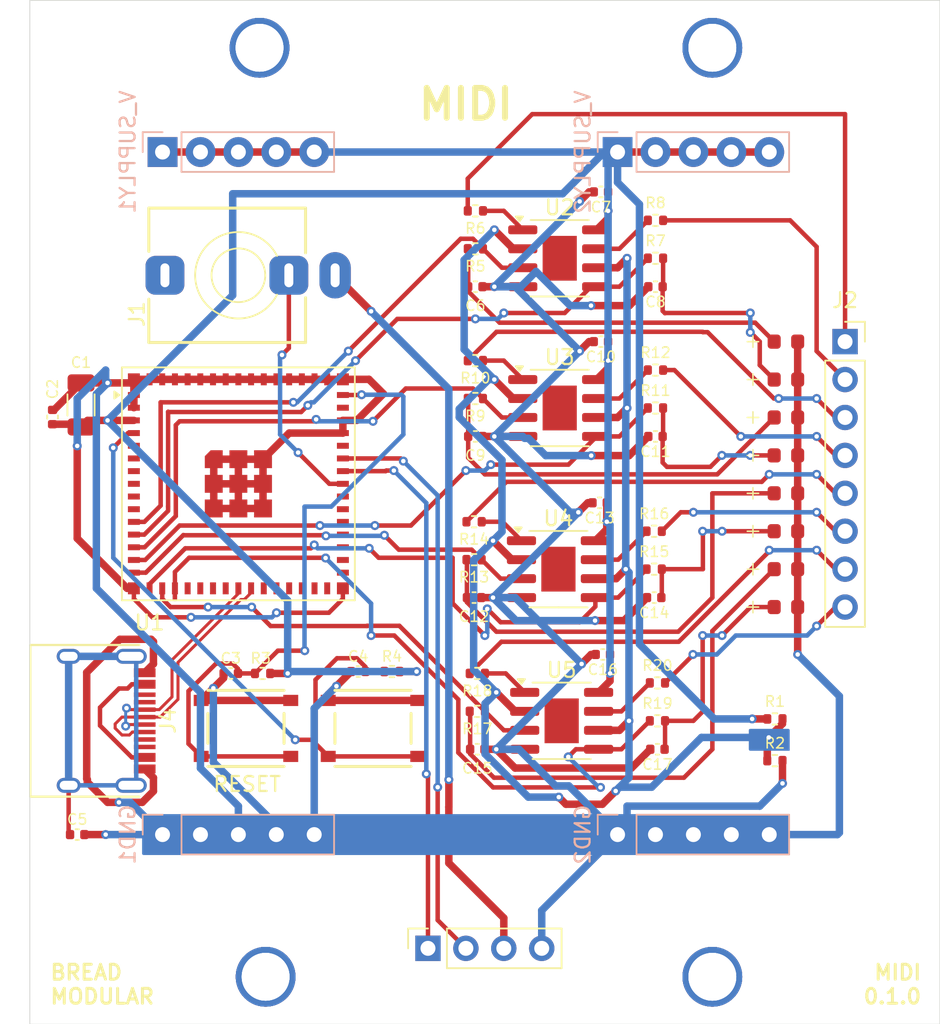
<source format=kicad_pcb>
(kicad_pcb (version 20240108) (generator "pcbnew") (generator_version "8.0")
  (layers (0 "F.Cu" signal) (31 "B.Cu" signal) (34 "B.Paste" user) (35 "F.Paste" user) (36 "B.SilkS" user "B.Silkscreen") (37 "F.SilkS" user "F.Silkscreen") (38 "B.Mask" user) (39 "F.Mask" user) (44 "Edge.Cuts" user))
  (net 0 "")
  (net 1 "GND")
  (net 2 "V_SUPPLY")
  (net 3 "Net-(SW1-B)")
  (net 4 "Net-(SW2-B)")
  (net 5 "Net-(J4-SHIELD)")
  (net 6 "Net-(D1-A)")
  (net 7 "Net-(D2-A)")
  (net 8 "MIDI_GND")
  (net 10 "/esp32/MIDI_IN")
  (net 11 "/gate_process/GATE_B_OUT")
  (net 12 "/gate_process/GATE_A_OUT")
  (net 13 "RX")
  (net 14 "TX")
  (net 15 "Net-(U1-IO20)")
  (net 16 "Net-(J4-VBUS-PadA4)")
  (net 17 "Net-(U1-IO19)")
  (net 22 "V_MID")
  (net 23 "/esp32/GATE_1")
  (net 24 "/esp32/GATE_2")
  (net 32 "/esp32/GATE_5")
  (net 37 "/esp32/GATE_4")
  (net 38 "/esp32/GATE_7")
  (net 43 "/esp32/GATE_6")
  (net 45 "/esp32/GATE_8")
  (net 47 "/esp32/GATE_3")
  (net 56 "Net-(D3-A)")
  (net 57 "Net-(D4-A)")
  (net 58 "Net-(D5-A)")
  (net 59 "Net-(D6-A)")
  (net 60 "Net-(D7-A)")
  (net 61 "Net-(D8-A)")
  (net 62 "/gate_process1/GATE_A_OUT")
  (net 63 "/gate_process3/GATE_B_OUT")
  (net 64 "/gate_process2/GATE_A_OUT")
  (net 65 "/gate_process1/GATE_B_OUT")
  (net 66 "/gate_process3/GATE_A_OUT")
  (net 67 "/gate_process2/GATE_B_OUT")
  (net 68 "unconnected-(R6-Pad1)")
  (net 69 "unconnected-(R8-Pad1)")
  (net 70 "Net-(R10-Pad1)")
  (net 71 "Net-(R12-Pad1)")
  (net 72 "Net-(R14-Pad1)")
  (net 73 "Net-(R16-Pad1)")
  (net 74 "Net-(R18-Pad1)")
  (net 75 "Net-(R20-Pad1)")
  (footprint "Resistor_SMD:R_0402_1005Metric" (layer "F.Cu") (at 88.89909 67.945)
    (property "Reference" "R11")
    (property "Value" "2k")
  )
  (footprint "Capacitor_SMD:C_0402_1005Metric" (layer "F.Cu") (at 89.03 90.805 180)
    (property "Reference" "C17")
    (property "Value" "0.1uf")
  )
  (footprint "Resistor_SMD:R_0402_1005Metric" (layer "F.Cu") (at 62.581 85.725 180)
    (property "Reference" "R3")
    (property "Value" "10K")
  )
  (footprint "Resistor_SMD:R_0402_1005Metric" (layer "F.Cu") (at 89.03 86.36)
    (property "Reference" "R20")
    (property "Value" "1k")
  )
  (footprint "Resistor_SMD:R_0402_1005Metric" (layer "F.Cu") (at 76.7475 75.565 180)
    (property "Reference" "R14")
    (property "Value" "1k")
  )
  (footprint "Capacitor_SMD:C_0402_1005Metric" (layer "F.Cu") (at 60.452 85.725)
    (property "Reference" "C3")
    (property "Value" "0.1uf")
  )
  (footprint "Capacitor_SMD:C_0402_1005Metric" (layer "F.Cu") (at 85.375 84.455 180)
    (property "Reference" "C16")
    (property "Value" "0.1uf")
  )
  (footprint "LED_SMD:LED_0603_1608Metric" (layer "F.Cu") (at 97.6375 73.66 180)
    (property "Reference" "D5" (hide yes))
    (property "Value" "LED")
  )
  (footprint "BreadModular_MISC:SPST_TS-1187A-B-A-B" (layer "F.Cu") (at 61.468 89.408)
    (property "Reference" "SW1")
    (property "Value" "RESET")
  )
  (footprint "LED_SMD:LED_0603_1608Metric" (layer "F.Cu") (at 97.6375 78.74 180)
    (property "Reference" "D7" (hide yes))
    (property "Value" "LED")
  )
  (footprint "BreadModular_AudioJacks:Jack_3.5mm_QingPu_WQP-PJ366ST_Vertical" (layer "F.Cu") (at 60.96 59.055 90)
    (property "Reference" "J1")
    (property "Value" "AudioJack3")
  )
  (footprint "Capacitor_SMD:C_0402_1005Metric" (layer "F.Cu") (at 50.165 96.52)
    (property "Reference" "C5")
    (property "Value" "0.1uf")
  )
  (footprint "BreadModular_MISC:SPST_TS-1187A-B-A-B" (layer "F.Cu") (at 69.977 89.408)
    (property "Reference" "SW2")
    (property "Value" "BOOT")
  )
  (footprint "Resistor_SMD:R_0402_1005Metric" (layer "F.Cu") (at 76.7475 78.105 180)
    (property "Reference" "R13")
    (property "Value" "2k")
  )
  (footprint "Resistor_SMD:R_0402_1005Metric" (layer "F.Cu") (at 88.89909 65.405)
    (property "Reference" "R12")
    (property "Value" "1k")
  )
  (footprint "Capacitor_SMD:C_0402_1005Metric" (layer "F.Cu") (at 85.245 53.47 180)
    (property "Reference" "C7")
    (property "Value" "0.1uf")
  )
  (footprint "LED_SMD:LED_0603_1608Metric" (layer "F.Cu") (at 97.6375 71.12 180)
    (property "Reference" "D4" (hide yes))
    (property "Value" "LED")
  )
  (footprint "Resistor_SMD:R_0402_1005Metric" (layer "F.Cu") (at 71.245 85.598 180)
    (property "Reference" "R4")
    (property "Value" "10K")
  )
  (footprint "Capacitor_SMD:C_0402_1005Metric" (layer "F.Cu") (at 85.24409 63.5 180)
    (property "Reference" "C10")
    (property "Value" "0.1uf")
  )
  (footprint "Resistor_SMD:R_0402_1005Metric" (layer "F.Cu") (at 88.9 55.375)
    (property "Reference" "R8")
    (property "Value" "1k")
  )
  (footprint "Connector_PinSocket_2.54mm:PinSocket_1x04_P2.54mm_Vertical" (layer "F.Cu") (at 73.66 104.14 90)
    (property "Reference" "J3")
    (property "Value" "CONFIG")
  )
  (footprint "Resistor_SMD:R_0402_1005Metric" (layer "F.Cu") (at 76.83409 67.31 180)
    (property "Reference" "R9")
    (property "Value" "2k")
  )
  (footprint "Resistor_SMD:R_0402_1005Metric" (layer "F.Cu") (at 88.8125 76.2)
    (property "Reference" "R16")
    (property "Value" "1k")
  )
  (footprint "Capacitor_SMD:C_0402_1005Metric" (layer "F.Cu") (at 76.7475 80.645)
    (property "Reference" "C12")
    (property "Value" "0.1uf")
  )
  (footprint "Resistor_SMD:R_0402_1005Metric" (layer "F.Cu") (at 76.835 57.28 180)
    (property "Reference" "R5")
    (property "Value" "2k")
  )
  (footprint "Capacitor_SMD:C_0402_1005Metric" (layer "F.Cu") (at 76.965 90.805)
    (property "Reference" "C15")
    (property "Value" "0.1uf")
  )
  (footprint "Resistor_SMD:R_0402_1005Metric" (layer "F.Cu") (at 88.8125 78.74)
    (property "Reference" "R15")
    (property "Value" "2k")
  )
  (footprint "BreadModular_TypeC:HRO-TYPE-C-31-M-12" (layer "F.Cu") (at 46.99 88.9 -90)
    (property "Reference" "J4")
    (property "Value" "USB_C_Receptacle_USB2.0_16P")
  )
  (footprint "LED_SMD:LED_0603_1608Metric" (layer "F.Cu") (at 97.6375 66.04 180)
    (property "Reference" "D2" (hide yes))
    (property "Value" "LED")
  )
  (footprint "LED_SMD:LED_0603_1608Metric" (layer "F.Cu") (at 97.6375 81.28 180)
    (property "Reference" "D8" (hide yes))
    (property "Value" "LED")
  )
  (footprint "Resistor_SMD:R_0402_1005Metric" (layer "F.Cu") (at 76.965 88.265 180)
    (property "Reference" "R17")
    (property "Value" "2k")
  )
  (footprint "Capacitor_SMD:C_0402_1005Metric" (layer "F.Cu") (at 88.8125 80.645 180)
    (property "Reference" "C14")
    (property "Value" "0.1uf")
  )
  (footprint "Connector_PinSocket_2.54mm:PinSocket_1x08_P2.54mm_Vertical" (layer "F.Cu") (at 101.6 63.5)
    (property "Reference" "J2")
    (property "Value" "GATE_OUTS")
  )
  (footprint "Package_SO:SOIC-8-1EP_3.9x4.9mm_P1.27mm_EP2.29x3mm" (layer "F.Cu") (at 82.48409 67.945)
    (property "Reference" "U3")
    (property "Value" "MCP6002-xSN")
  )
  (footprint "Resistor_SMD:R_0402_1005Metric" (layer "F.Cu") (at 76.83409 64.77 180)
    (property "Reference" "R10")
    (property "Value" "1k")
  )
  (footprint "Capacitor_SMD:C_1206_3216Metric" (layer "F.Cu") (at 50.419 67.74 90)
    (property "Reference" "C1")
    (property "Value" "100uf")
  )
  (footprint "LED_SMD:LED_0603_1608Metric" (layer "F.Cu") (at 97.6375 63.5 180)
    (property "Reference" "D1" (hide yes))
    (property "Value" "LED")
  )
  (footprint "Capacitor_SMD:C_0402_1005Metric" (layer "F.Cu") (at 76.83409 69.85)
    (property "Reference" "C9")
    (property "Value" "0.1uf")
  )
  (footprint "Capacitor_SMD:C_0402_1005Metric" (layer "F.Cu") (at 85.1575 74.295 180)
    (property "Reference" "C13")
    (property "Value" "0.1uf")
  )
  (footprint "Capacitor_SMD:C_0402_1005Metric" (layer "F.Cu") (at 88.89909 69.85 180)
    (property "Reference" "C11")
    (property "Value" "0.1uf")
  )
  (footprint "Resistor_SMD:R_0402_1005Metric" (layer "F.Cu") (at 76.835 54.74 180)
    (property "Reference" "R6")
    (property "Value" "1k")
  )
  (footprint "Capacitor_SMD:C_0402_1005Metric" (layer "F.Cu") (at 48.514 68.552 90)
    (property "Reference" "C2")
    (property "Value" "0.1uf")
  )
  (footprint "Package_SO:SOIC-8-1EP_3.9x4.9mm_P1.27mm_EP2.29x3mm" (layer "F.Cu") (at 82.3975 78.74)
    (property "Reference" "U4")
    (property "Value" "MCP6002-xSN")
  )
  (footprint "LED_SMD:LED_0603_1608Metric" (layer "F.Cu") (at 97.6375 68.58 180)
    (property "Reference" "D3" (hide yes))
    (property "Value" "LED")
  )
  (footprint "Resistor_SMD:R_0402_1005Metric" (layer "F.Cu") (at 96.899 91.567)
    (property "Reference" "R2")
    (property "Value" "1k")
  )
  (footprint "Resistor_SMD:R_0402_1005Metric" (layer "F.Cu") (at 89.03 88.9)
    (property "Reference" "R19")
    (property "Value" "2k")
  )
  (footprint "Capacitor_SMD:C_0402_1005Metric" (layer "F.Cu") (at 76.835 59.82)
    (property "Reference" "C6")
    (property "Value" "0.1uf")
  )
  (footprint "Capacitor_SMD:C_0402_1005Metric" (layer "F.Cu") (at 68.989 85.598)
    (property "Reference" "C4")
    (property "Value" "0.1uf")
  )
  (footprint "Capacitor_SMD:C_0402_1005Metric" (layer "F.Cu") (at 88.9 59.82 180)
    (property "Reference" "C8")
    (property "Value" "0.1uf")
  )
  (footprint "Resistor_SMD:R_0402_1005Metric" (layer "F.Cu") (at 96.899 88.773)
    (property "Reference" "R1")
    (property "Value" "1k")
  )
  (footprint "Resistor_SMD:R_0402_1005Metric" (layer "F.Cu") (at 76.965 85.725 180)
    (property "Reference" "R18")
    (property "Value" "1k")
  )
  (footprint "RF_Module:ESP32-S2-MINI-1U" (layer "F.Cu") (at 60.96 73.025)
    (property "Reference" "U1")
    (property "Value" "ESP32-S3-MINI-1U")
  )
  (footprint "Package_SO:SOIC-8-1EP_3.9x4.9mm_P1.27mm_EP2.29x3mm" (layer "F.Cu") (at 82.485 57.915)
    (property "Reference" "U2")
    (property "Value" "MCP6002-xSN")
  )
  (footprint "LED_SMD:LED_0603_1608Metric" (layer "F.Cu") (at 97.6375 76.2 180)
    (property "Reference" "D6" (hide yes))
    (property "Value" "LED")
  )
  (footprint "Resistor_SMD:R_0402_1005Metric" (layer "F.Cu") (at 88.9 57.915)
    (property "Reference" "R7")
    (property "Value" "2k")
  )
  (footprint "Package_SO:SOIC-8-1EP_3.9x4.9mm_P1.27mm_EP2.29x3mm" (layer "F.Cu") (at 82.615 88.9)
    (property "Reference" "U5")
    (property "Value" "MCP6002-xSN")
  )
  (footprint "BreadModular_MISC:Power_Connector" (layer "B.Cu") (at 55.88 50.8 -90)
    (property "Reference" "V_SUPPLY1")
    (property "Value" "Conn_01x05_Pin")
  )
  (footprint "BreadModular_MISC:Power_Connector" (layer "B.Cu") (at 86.36 50.8 -90)
    (property "Reference" "V_SUPPLY2")
    (property "Value" "Conn_01x05_Pin")
  )
  (footprint "BreadModular_MISC:Power_Connector" (layer "B.Cu") (at 86.36 96.52 -90)
    (property "Reference" "GND2")
    (property "Value" "Conn_01x05_Pin")
  )
  (footprint "BreadModular_MISC:Power_Connector" (layer "B.Cu") (at 55.88 96.52 -90)
    (property "Reference" "GND1")
    (property "Value" "Conn_01x05_Pin")
  )
  (gr_poly (pts (xy 95.25 89.535) (xy 97.79 89.535) (xy 97.79 90.805) (xy 95.25 90.805)) (stroke (width 0.2)) (fill solid) (layer "B.Cu") (net 22))
  (gr_poly (pts (xy 97.79 97.79) (xy 54.61 97.79) (xy 54.61 95.25) (xy 97.79 95.25)) (stroke (width 0.2)) (fill solid) (layer "B.Cu") (net 1))
  (gr_line (start 46.99 109.22) (end 107.95 109.22) (stroke (width 0.05)) (layer "Edge.Cuts"))
  (gr_line (start 107.95 40.64) (end 46.99 40.64) (stroke (width 0.05)) (layer "Edge.Cuts"))
  (gr_line (start 46.99 40.64) (end 46.99 109.22) (stroke (width 0.05)) (layer "Edge.Cuts"))
  (gr_line (start 107.95 109.22) (end 107.95 40.64) (stroke (width 0.05)) (layer "Edge.Cuts"))
  (gr_text "MIDI" (at 76.2 48.768 0) (layer "F.SilkS") (effects (font (size 2 2) (thickness 0.4) (bold yes)) (justify bottom)))
  (gr_text "RESET" (at 59.182 93.726 0) (layer "F.SilkS") (effects (font (size 1 1)) (justify left bottom)))
  (gr_text "MIDI\n0.1.0" (at 106.807 107.95 0) (layer "F.SilkS") (effects (font (size 1 1) (thickness 0.2) (bold yes)) (justify right bottom)))
  (gr_text "BREAD\nMODULAR" (at 48.26 107.95 0) (layer "F.SilkS") (effects (font (size 1 1) (thickness 0.2) (bold yes)) (justify left bottom)))
  (via (at 62.37758 43.815) (size 4) (drill 3.2) (layers "F.Cu" "B.Cu") (net 0))
  (via (at 62.784908 106.045) (size 4) (drill 3.2) (layers "F.Cu" "B.Cu") (net 0))
  (via (at 92.71 106.045) (size 4) (drill 3.2) (layers "F.Cu" "B.Cu") (net 0))
  (via (at 92.71 106.045) (size 4) (drill 3.2) (layers "F.Cu" "B.Cu") (net 0))
  (via (at 92.71 106.045) (size 4) (drill 3.2) (layers "F.Cu" "B.Cu") (net 0))
  (via (at 92.71 43.815) (size 4) (drill 3.2) (layers "F.Cu" "B.Cu") (net 0))
  (via (at 92.71 43.815) (size 4) (drill 3.2) (layers "F.Cu" "B.Cu") (net 0))
  (via (at 92.71 43.815) (size 4) (drill 3.2) (layers "F.Cu" "B.Cu") (net 0))
  (via (at 92.71 106.045) (size 4) (drill 3.2) (layers "F.Cu" "B.Cu") (net 0))
  (via (at 62.37758 43.815) (size 4) (drill 3.2) (layers "F.Cu" "B.Cu") (net 0))
  (via (at 62.784908 106.045) (size 4) (drill 3.2) (layers "F.Cu" "B.Cu") (net 0))
  (via (at 62.784908 106.045) (size 4) (drill 3.2) (layers "F.Cu" "B.Cu") (net 0))
  (via (at 92.71 43.815) (size 4) (drill 3.2) (layers "F.Cu" "B.Cu") (net 0))
  (via (at 62.784908 106.045) (size 4) (drill 3.2) (layers "F.Cu" "B.Cu") (net 0))
  (via (at 62.37758 43.815) (size 4) (drill 3.2) (layers "F.Cu" "B.Cu") (net 0))
  (via (at 62.37758 43.815) (size 4) (drill 3.2) (layers "F.Cu" "B.Cu") (net 0))
  (segment (start 86.79338 82.18412) (end 84.85112 82.18412) (width 0.5) (layer "F.Cu") (net 1))
  (segment (start 84.455 53.47) (end 83.82 54.105) (width 0.5) (layer "F.Cu") (net 1))
  (segment (start 78.235 90.805) (end 77.445 90.805) (width 0.5) (layer "F.Cu") (net 1))
  (segment (start 79.493 92.063) (end 87.292 92.063) (width 0.5) (layer "F.Cu") (net 1))
  (segment (start 50.165 76.68) (end 50.165 70.485) (width 0.5) (layer "F.Cu") (net 1))
  (segment (start 62.61 71.375) (end 62.61 74.675) (width 0.5) (layer "F.Cu") (net 1))
  (segment (start 53.96 67.925) (end 53.96 66.025) (width 0.5) (layer "F.Cu") (net 1))
  (segment (start 88.3325 80.645) (end 86.79338 82.18412) (width 0.5) (layer "F.Cu") (net 1))
  (segment (start 84.585 84.455) (end 83.95 85.09) (width 0.5) (layer "F.Cu") (net 1))
  (segment (start 50.645 96.52) (end 52.07 96.52) (width 0.5) (layer "F.Cu") (net 1))
  (segment (start 87.135925 71.133165) (end 84.595165 71.133165) (width 0.5) (layer "F.Cu") (net 1))
  (segment (start 80.14 90.805) (end 78.235 90.805) (width 0.5) (layer "F.Cu") (net 1))
  (segment (start 50.84 92.826497) (end 50.84 93.004) (width 0.5) (layer "F.Cu") (net 1))
  (segment (start 58.468 87.533) (end 64.468 87.533) (width 0.5) (layer "F.Cu") (net 1))
  (segment (start 50.419 66.265) (end 52.197 66.265) (width 0.5) (layer "F.Cu") (net 1))
  (segment (start 59.31 73.025) (end 62.61 73.025) (width 0.5) (layer "F.Cu") (net 1))
  (segment (start 78.0175 80.645) (end 77.2275 80.645) (width 0.5) (layer "F.Cu") (net 1))
  (segment (start 48.514 68.072) (end 48.612 68.072) (width 0.5) (layer "F.Cu") (net 1))
  (segment (start 55.118 83.439) (end 53.017497 83.439) (width 0.5) (layer "F.Cu") (net 1))
  (segment (start 67.96 80.725) (end 67.024 81.661) (width 0.3) (layer "F.Cu") (net 1))
  (segment (start 52.197 94.361) (end 52.959 94.361) (width 0.5) (layer "F.Cu") (net 1))
  (segment (start 54.522503 94.361) (end 55.27 93.613503) (width 0.5) (layer "F.Cu") (net 1))
  (segment (start 57.785 81.965997) (end 55.200997 81.965997) (width 0.3) (layer "F.Cu") (net 1))
  (segment (start 53.51 80.025) (end 50.165 76.68) (width 0.5) (layer "F.Cu") (net 1))
  (segment (start 78.105 59.82) (end 77.315 59.82) (width 0.5) (layer "F.Cu") (net 1))
  (segment (start 53.017497 83.439) (end 50.8 85.656497) (width 0.5) (layer "F.Cu") (net 1))
  (segment (start 67.96 66.025) (end 69.708 66.025) (width 0.5) (layer "F.Cu") (net 1))
  (segment (start 53.72 66.265) (end 53.96 66.025) (width 0.5) (layer "F.Cu") (net 1))
  (segment (start 53.96 66.025) (end 67.96 66.025) (width 0.5) (layer "F.Cu") (net 1))
  (segment (start 67.96 68.775) (end 67.96 69.625) (width 0.5) (layer "F.Cu") (net 1))
  (segment (start 50.8 92.786497) (end 50.84 92.826497) (width 0.5) (layer "F.Cu") (net 1))
  (segment (start 55.27 93.613503) (end 55.27 92.71) (width 0.5) (layer "F.Cu") (net 1))
  (segment (start 55.200997 81.965997) (end 53.96 80.725) (width 0.3) (layer "F.Cu") (net 1))
  (segment (start 88.41909 69.85) (end 87.135925 71.133165) (width 0.5) (layer "F.Cu") (net 1))
  (segment (start 84.765 53.47) (end 84.455 53.47) (width 0.5) (layer "F.Cu") (net 1))
  (segment (start 66.977 87.13) (end 67.5285 86.5785) (width 0.5) (layer "F.Cu") (net 1))
  (segment (start 60.96 71.375) (end 60.96 74.675) (width 0.5) (layer "F.Cu") (net 1))
  (segment (start 88.42 59.82) (end 87.153 61.087) (width 0.5) (layer "F.Cu") (net 1))
  (segment (start 59.2845 86.7165) (end 58.468 87.533) (width 0.5) (layer "F.Cu") (net 1))
  (segment (start 66.977 87.533) (end 72.977 87.533) (width 0.5) (layer "F.Cu") (net 1))
  (segment (start 70.6755 66.9925) (end 68.893 68.775) (width 0.5) (layer "F.Cu") (net 1))
  (segment (start 84.3675 74.295) (end 83.7325 74.93) (width 0.5) (layer "F.Cu") (net 1))
  (segment (start 62.61 71.375) (end 64.36 69.625) (width 0.5) (layer "F.Cu") (net 1))
  (segment (start 55.27 83.591) (end 55.118 83.439) (width 0.5) (layer "F.Cu") (net 1))
  (segment (start 87.153 61.087) (end 84.582 61.087) (width 0.5) (layer "F.Cu") (net 1))
  (segment (start 79.9225 80.645) (end 78.0175 80.645) (width 0.5) (layer "F.Cu") (net 1))
  (segment (start 59.972 86.029) (end 59.2845 86.7165) (width 0.5) (layer "F.Cu") (net 1))
  (segment (start 53.96 80.025) (end 53.51 80.025) (width 0.5) (layer "F.Cu") (net 1))
  (segment (start 86.36 96.52) (end 96.52 96.52) (width 0.5) (layer "F.Cu") (net 1))
  (segment (start 64.36 69.625) (end 67.96 69.625) (width 0.5) (layer "F.Cu") (net 1))
  (segment (start 66.977 87.533) (end 66.977 87.13) (width 0.5) (layer "F.Cu") (net 1))
  (segment (start 67.5285 86.5785) (end 68.509 85.598) (width 0.5) (layer "F.Cu") (net 1))
  (segment (start 55.88 96.52) (end 66.04 96.52) (width 0.5) (layer "F.Cu") (net 1))
  (segment (start 87.292 92.063) (end 88.55 90.805) (width 0.5) (layer "F.Cu") (net 1))
  (segment (start 55.27 85.09) (end 55.27 83.591) (width 0.5) (layer "F.Cu") (net 1))
  (segment (start 62.61 74.675) (end 59.31 74.675) (width 0.5) (layer "F.Cu") (net 1))
  (segment (start 78.235 90.805) (end 79.493 92.063) (width 0.5) (layer "F.Cu") (net 1))
  (segment (start 97.409 91.567) (end 97.409 93.091) (width 0.5) (layer "F.Cu") (net 1))
  (segment (start 67.96 80.025) (end 67.96 80.725) (width 0.3) (layer "F.Cu") (net 1))
  (segment (start 55.27 92.71) (end 54.685 92.125) (width 0.5) (layer "F.Cu") (net 1))
  (segment (start 78.10409 69.85) (end 77.31409 69.85) (width 0.5) (layer "F.Cu") (net 1))
  (segment (start 52.197 66.265) (end 53.72 66.265) (width 0.5) (layer "F.Cu") (net 1))
  (segment (start 84.45409 63.5) (end 83.81909 64.135) (width 0.5) (layer "F.Cu") (net 1))
  (segment (start 84.6775 74.295) (end 84.3675 74.295) (width 0.5) (layer "F.Cu") (net 1))
  (segment (start 98.425 63.5) (end 98.425 81.28) (width 0.5) (layer "F.Cu") (net 1))
  (segment (start 54.685 85.675) (end 55.27 85.09) (width 0.5) (layer "F.Cu") (net 1))
  (segment (start 84.76409 63.5) (end 84.45409 63.5) (width 0.5) (layer "F.Cu") (net 1))
  (segment (start 52.959 94.361) (end 54.522503 94.361) (width 0.5) (layer "F.Cu") (net 1))
  (segment (start 48.612 68.072) (end 50.419 66.265) (width 0.5) (layer "F.Cu") (net 1))
  (segment (start 80.01 59.82) (end 78.105 59.82) (width 0.5) (layer "F.Cu") (net 1))
  (segment (start 80.00909 69.85) (end 78.10409 69.85) (width 0.5) (layer "F.Cu") (net 1))
  (segment (start 59.972 85.725) (end 59.972 86.029) (width 0.5) (layer "F.Cu") (net 1))
  (segment (start 69.708 66.025) (end 70.6755 66.9925) (width 0.5) (layer "F.Cu") (net 1))
  (segment (start 84.895 84.455) (end 84.585 84.455) (width 0.5) (layer "F.Cu") (net 1))
  (segment (start 59.31 71.375) (end 62.61 71.375) (width 0.5) (layer "F.Cu") (net 1))
  (segment (start 50.8 85.656497) (end 50.8 92.786497) (width 0.5) (layer "F.Cu") (net 1))
  (segment (start 59.31 74.675) (end 59.31 71.375) (width 0.5) (layer "F.Cu") (net 1))
  (segment (start 67.024 81.661) (end 63.512 81.661) (width 0.3) (layer "F.Cu") (net 1))
  (segment (start 68.893 68.775) (end 67.96 68.775) (width 0.5) (layer "F.Cu") (net 1))
  (segment (start 50.84 93.004) (end 52.197 94.361) (width 0.5) (layer "F.Cu") (net 1))
  (segment (start 98.425 81.28) (end 98.425 84.455) (width 0.5) (layer "F.Cu") (net 1))
  (segment (start 53.96 80.725) (end 53.96 80.025) (width 0.3) (layer "F.Cu") (net 1))
  (via (at 57.785 81.965997) (size 0.6) (drill 0.3) (layers "F.Cu" "B.Cu") (net 1))
  (via (at 83.95 85.09) (size 0.6) (drill 0.3) (layers "F.Cu" "B.Cu") (net 1))
  (via (at 78.10409 69.85) (size 0.6) (drill 0.3) (layers "F.Cu" "B.Cu") (net 1))
  (via (at 84.85112 82.18412) (size 0.6) (drill 0.3) (layers "F.Cu" "B.Cu") (net 1))
  (via (at 97.409 93.091) (size 0.6) (drill 0.3) (layers "F.Cu" "B.Cu") (net 1))
  (via (at 52.959 94.361) (size 0.6) (drill 0.3) (layers "F.Cu" "B.Cu") (net 1))
  (via (at 83.82 54.105) (size 0.6) (drill 0.3) (layers "F.Cu" "B.Cu") (net 1))
  (via (at 63.512 81.661) (size 0.6) (drill 0.3) (layers "F.Cu" "B.Cu") (net 1))
  (via (at 78.105 59.82) (size 0.6) (drill 0.3) (layers "F.Cu" "B.Cu") (net 1))
  (via (at 83.7325 74.93) (size 0.6) (drill 0.3) (layers "F.Cu" "B.Cu") (net 1))
  (via (at 84.595165 71.133165) (size 0.6) (drill 0.3) (layers "F.Cu" "B.Cu") (net 1))
  (via (at 98.425 84.455) (size 0.6) (drill 0.3) (layers "F.Cu" "B.Cu") (net 1))
  (via (at 50.165 70.485) (size 0.6) (drill 0.3) (layers "F.Cu" "B.Cu") (net 1))
  (via (at 67.5285 86.5785) (size 0.6) (drill 0.3) (layers "F.Cu" "B.Cu") (net 1))
  (via (at 78.235 90.805) (size 0.6) (drill 0.3) (layers "F.Cu" "B.Cu") (net 1))
  (via (at 52.197 66.265) (size 0.6) (drill 0.3) (layers "F.Cu" "B.Cu") (net 1))
  (via (at 84.582 61.087) (size 0.6) (drill 0.3) (layers "F.Cu" "B.Cu") (net 1))
  (via (at 59.2845 86.7165) (size 0.6) (drill 0.3) (layers "F.Cu" "B.Cu") (net 1))
  (via (at 78.0175 80.645) (size 0.6) (drill 0.3) (layers "F.Cu" "B.Cu") (net 1))
  (via (at 52.07 96.52) (size 0.6) (drill 0.3) (layers "F.Cu" "B.Cu") (net 1))
  (via (at 83.81909 64.135) (size 0.6) (drill 0.3) (layers "F.Cu" "B.Cu") (net 1))
  (segment (start 84.595165 71.133165) (end 81.547165 71.133165) (width 0.5) (layer "B.Cu") (net 1))
  (segment (start 52.959 94.361) (end 53.721 94.361) (width 0.5) (layer "B.Cu") (net 1))
  (segment (start 63.5 95.885) (end 63.5 96.52) (width 0.5) (layer "B.Cu") (net 1))
  (segment (start 101.219 87.249) (end 101.219 96.393) (width 0.5) (layer "B.Cu") (net 1))
  (segment (start 60.96 94.615) (end 60.96 96.52) (width 0.5) (layer "B.Cu") (net 1))
  (segment (start 79.505 80.645) (end 83.95 85.09) (width 0.5) (layer "B.Cu") (net 1))
  (segment (start 66.04 88.067) (end 66.04 96.52) (width 0.5) (layer "B.Cu") (net 1))
  (segment (start 81.547165 71.133165) (end 80.391 69.977) (width 0.5) (layer "B.Cu") (net 1))
  (segment (start 83.81909 64.135) (end 78.10409 69.85) (width 0.5) (layer "B.Cu") (net 1))
  (segment (start 59.2845 91.6695) (end 63.5 95.885) (width 0.5) (layer "B.Cu") (net 1))
  (segment (start 84.582 61.087) (end 83.185 61.087) (width 0.5) (layer "B.Cu") (net 1))
  (segment (start 52.07 66.138) (end 52.197 66.265) (width 0.5) (layer "B.Cu") (net 1))
  (segment (start 83.82 54.105) (end 78.105 59.82) (width 0.5) (layer "B.Cu") (net 1))
  (segment (start 58.42 92.075) (end 60.96 94.615) (width 0.5) (layer "B.Cu") (net 1))
  (segment (start 86.995 94.615) (end 86.995 95.885) (width 0.5) (layer "B.Cu") (net 1))
  (segment (start 98.425 84.455) (end 101.219 87.249) (width 0.5) (layer "B.Cu") (net 1))
  (segment (start 52.197 66.265) (end 51.447 67.015) (width 0.5) (layer "B.Cu") (net 1))
  (segment (start 79.88 59.82) (end 78.105 59.82) (width 0.5) (layer "B.Cu") (net 1))
  (segment (start 101.219 96.393) (end 101.092 96.52) (width 0.5) (layer "B.Cu") (net 1))
  (segment (start 60.96 96.52) (end 66.04 96.52) (width 0.5) (layer "B.Cu") (net 1))
  (segment (start 83.185 61.087) (end 80.899 58.801) (width 0.5) (layer "B.Cu") (net 1))
  (segment (start 80.137 69.977) (end 80.01 69.85) (width 0.5) (layer "B.Cu") (net 1))
  (segment (start 80.01 69.85) (end 78.10409 69.85) (width 0.5) (layer "B.Cu") (net 1))
  (segment (start 52.07 96.52) (end 55.88 96.52) (width 0.5) (layer "B.Cu") (net 1))
  (segment (start 83.95 85.09) (end 78.235 90.805) (width 0.5) (layer "B.Cu") (net 1))
  (segment (start 50.165 67.31) (end 52.07 65.405) (width 0.5) (layer "B.Cu") (net 1))
  (segment (start 78.235 90.805) (end 79.756 90.805) (width 0.5) (layer "B.Cu") (net 1))
  (segment (start 63.207003 81.965997) (end 63.512 81.661) (width 0.3) (layer "B.Cu") (net 1))
  (segment (start 50.165 70.485) (end 50.165 67.31) (width 0.5) (layer "B.Cu") (net 1))
  (segment (start 81.28 104.14) (end 81.28 101.6) (width 0.5) (layer "B.Cu") (net 1))
  (segment (start 67.5285 86.5785) (end 66.04 88.067) (width 0.5) (layer "B.Cu") (net 1))
  (segment (start 78.10409 69.85) (end 83.18409 74.93) (width 0.5) (layer "B.Cu") (net 1))
  (segment (start 58.42 86.995) (end 58.42 92.075) (width 0.5) (layer "B.Cu") (net 1))
  (segment (start 101.092 96.52) (end 96.52 96.52) (width 0.5) (layer "B.Cu") (net 1))
  (segment (start 80.391 69.977) (end 80.137 69.977) (width 0.5) (layer "B.Cu") (net 1))
  (segment (start 83.18409 74.93) (end 83.7325 74.93) (width 0.5) (layer "B.Cu") (net 1))
  (segment (start 52.07 65.405) (end 52.07 66.138) (width 0.5) (layer "B.Cu") (net 1))
  (segment (start 97.409 93.091) (end 95.885 94.615) (width 0.5) (layer "B.Cu") (net 1))
  (segment (start 86.995 95.885) (end 86.36 96.52) (width 0.5) (layer "B.Cu") (net 1))
  (segment (start 79.55662 82.18412) (end 78.0175 80.645) (width 0.5) (layer "B.Cu") (net 1))
  (segment (start 80.899 58.801) (end 79.88 59.82) (width 0.5) (layer "B.Cu") (net 1))
  (segment (start 79.50409 59.82) (end 83.81909 64.135) (width 0.5) (layer "B.Cu") (net 1))
  (segment (start 81.28 101.6) (end 86.36 96.52) (width 0.5) (layer "B.Cu") (net 1))
  (segment (start 53.721 94.361) (end 55.88 96.52) (width 0.5) (layer "B.Cu") (net 1))
  (segment (start 78.0175 80.645) (end 79.505 80.645) (width 0.5) (layer "B.Cu") (net 1))
  (segment (start 86.36 96.52) (end 66.04 96.52) (width 0.5) (layer "B.Cu") (net 1))
  (segment (start 59.2845 86.7165) (end 59.2845 91.6695) (width 0.5) (layer "B.Cu") (net 1))
  (segment (start 95.885 94.615) (end 86.995 94.615) (width 0.5) (layer "B.Cu") (net 1))
  (segment (start 84.85112 82.18412) (end 79.55662 82.18412) (width 0.5) (layer "B.Cu") (net 1))
  (segment (start 51.447 67.015) (end 51.447 80.022) (width 0.5) (layer "B.Cu") (net 1))
  (segment (start 83.7325 74.93) (end 78.0175 80.645) (width 0.5) (layer "B.Cu") (net 1))
  (segment (start 82.211 93.26) (end 83.1 93.26) (width 0.5) (layer "B.Cu") (net 1))
  (segment (start 78.105 59.82) (end 79.50409 59.82) (width 0.5) (layer "B.Cu") (net 1))
  (segment (start 83.1 93.26) (end 86.36 96.52) (width 0.5) (layer "B.Cu") (net 1))
  (segment (start 51.447 80.022) (end 58.42 86.995) (width 0.5) (layer "B.Cu") (net 1))
  (segment (start 57.785 81.965997) (end 63.207003 81.965997) (width 0.3) (layer "B.Cu") (net 1))
  (segment (start 79.756 90.805) (end 82.211 93.26) (width 0.5) (layer "B.Cu") (net 1))
  (segment (start 52.197 68.775) (end 53.96 68.775) (width 0.5) (layer "F.Cu") (net 2))
  (segment (start 85.855 86.23) (end 85.09 86.995) (width 0.5) (layer "F.Cu") (net 2))
  (segment (start 85.6375 74.295) (end 85.6375 75.565) (width 0.5) (layer "F.Cu") (net 2))
  (segment (start 85.72409 64.77) (end 85.72409 65.275) (width 0.5) (layer "F.Cu") (net 2))
  (segment (start 85.855 85.725) (end 85.855 86.23) (width 0.5) (layer "F.Cu") (net 2))
  (segment (start 48.514 69.032) (end 50.236 69.032) (width 0.5) (layer "F.Cu") (net 2))
  (segment (start 50.236 69.032) (end 50.419 69.215) (width 0.5) (layer "F.Cu") (net 2))
  (segment (start 86.36 50.8) (end 96.52 50.8) (width 0.5) (layer "F.Cu") (net 2))
  (segment (start 85.725 53.47) (end 85.725 54.74) (width 0.5) (layer "F.Cu") (net 2))
  (segment (start 85.6375 75.565) (end 85.6375 76.07) (width 0.5) (layer "F.Cu") (net 2))
  (segment (start 85.72409 65.275) (end 84.95909 66.04) (width 0.5) (layer "F.Cu") (net 2))
  (segment (start 85.855 84.455) (end 85.855 85.725) (width 0.5) (layer "F.Cu") (net 2))
  (segment (start 85.725 54.74) (end 85.725 55.245) (width 0.5) (layer "F.Cu") (net 2))
  (segment (start 85.725 55.245) (end 84.96 56.01) (width 0.5) (layer "F.Cu") (net 2))
  (segment (start 50.859 68.775) (end 52.197 68.775) (width 0.5) (layer "F.Cu") (net 2))
  (segment (start 55.88 50.8) (end 66.04 50.8) (width 0.5) (layer "F.Cu") (net 2))
  (segment (start 71.755 85.598) (end 72.898 85.598) (width 0.5) (layer "F.Cu") (net 2))
  (segment (start 50.419 69.215) (end 50.859 68.775) (width 0.5) (layer "F.Cu") (net 2))
  (segment (start 63.091 85.725) (end 64.262 85.725) (width 0.5) (layer "F.Cu") (net 2))
  (segment (start 96.389 88.773) (end 95.377 88.773) (width 0.5) (layer "F.Cu") (net 2))
  (segment (start 85.6375 76.07) (end 84.8725 76.835) (width 0.5) (layer "F.Cu") (net 2))
  (segment (start 85.72409 63.5) (end 85.72409 64.77) (width 0.5) (layer "F.Cu") (net 2))
  (via (at 95.377 88.773) (size 0.6) (drill 0.3) (layers "F.Cu" "B.Cu") (net 2))
  (via (at 85.6375 75.565) (size 0.6) (drill 0.3) (layers "F.Cu" "B.Cu") (net 2))
  (via (at 85.855 85.725) (size 0.6) (drill 0.3) (layers "F.Cu" "B.Cu") (net 2))
  (via (at 52.197 68.775) (size 0.6) (drill 0.3) (layers "F.Cu" "B.Cu") (net 2))
  (via (at 72.898 85.598) (size 0.6) (drill 0.3) (layers "F.Cu" "B.Cu") (net 2))
  (via (at 64.262 85.725) (size 0.6) (drill 0.3) (layers "F.Cu" "B.Cu") (net 2))
  (via (at 85.725 54.74) (size 0.6) (drill 0.3) (layers "F.Cu" "B.Cu") (net 2))
  (via (at 85.72409 64.77) (size 0.6) (drill 0.3) (layers "F.Cu" "B.Cu") (net 2))
  (segment (start 52.197 68.775) (end 60.579 60.393) (width 0.5) (layer "B.Cu") (net 2))
  (segment (start 52.197 68.775) (end 64.262 80.84) (width 0.5) (layer "B.Cu") (net 2))
  (segment (start 60.579 53.594) (end 82.677 53.594) (width 0.5) (layer "B.Cu") (net 2))
  (segment (start 85.725 51.435) (end 86.36 50.8) (width 0.5) (layer "B.Cu") (net 2))
  (segment (start 87.825 83.761) (end 87.825 54.297) (width 0.5) (layer "B.Cu") (net 2))
  (segment (start 85.725 54.74) (end 85.725 51.435) (width 0.5) (layer "B.Cu") (net 2))
  (segment (start 85.471 50.8) (end 86.36 50.8) (width 0.5) (layer "B.Cu") (net 2))
  (segment (start 85.6375 75.565) (end 85.72409 75.47841) (width 0.5) (layer "B.Cu") (net 2))
  (segment (start 85.72409 75.47841) (end 85.72409 64.77) (width 0.5) (layer "B.Cu") (net 2))
  (segment (start 86.36 50.8) (end 66.04 50.8) (width 0.5) (layer "B.Cu") (net 2))
  (segment (start 85.855 75.7825) (end 85.6375 75.565) (width 0.5) (layer "B.Cu") (net 2))
  (segment (start 87.825 54.297) (end 86.36 52.832) (width 0.5) (layer "B.Cu") (net 2))
  (segment (start 92.837 88.773) (end 87.825 83.761) (width 0.5) (layer "B.Cu") (net 2))
  (segment (start 86.36 52.832) (end 86.36 50.8) (width 0.5) (layer "B.Cu") (net 2))
  (segment (start 64.389 85.598) (end 64.262 85.725) (width 0.5) (layer "B.Cu") (net 2))
  (segment (start 85.72409 64.77) (end 85.72409 54.74091) (width 0.5) (layer "B.Cu") (net 2))
  (segment (start 85.72409 54.74091) (end 85.725 54.74) (width 0.5) (layer "B.Cu") (net 2))
  (segment (start 72.898 85.598) (end 64.389 85.598) (width 0.5) (layer "B.Cu") (net 2))
  (segment (start 95.377 88.773) (end 92.837 88.773) (width 0.5) (layer "B.Cu") (net 2))
  (segment (start 82.677 53.594) (end 85.471 50.8) (width 0.5) (layer "B.Cu") (net 2))
  (segment (start 64.262 80.84) (end 64.262 85.725) (width 0.5) (layer "B.Cu") (net 2))
  (segment (start 85.855 85.725) (end 85.855 75.7825) (width 0.5) (layer "B.Cu") (net 2))
  (segment (start 60.579 60.393) (end 60.579 53.594) (width 0.5) (layer "B.Cu") (net 2))
  (segment (start 58.468 91.283) (end 57.618 90.433) (width 0.3) (layer "F.Cu") (net 3))
  (segment (start 57.618 90.433) (end 57.618 86.908) (width 0.3) (layer "F.Cu") (net 3))
  (segment (start 69.196 67.075) (end 69.215 67.056) (width 0.3) (layer "F.Cu") (net 3))
  (segment (start 60.581999 85.065) (end 60.932 85.415001) (width 0.3) (layer "F.Cu") (net 3))
  (segment (start 59.461 85.065) (end 60.581999 85.065) (width 0.3) (layer "F.Cu") (net 3))
  (segment (start 63.605366 84.201) (end 62.081366 85.725) (width 0.3) (layer "F.Cu") (net 3))
  (segment (start 62.081366 85.725) (end 62.071 85.725) (width 0.3) (layer "F.Cu") (net 3))
  (segment (start 65.405 84.201) (end 63.605366 84.201) (width 0.3) (layer "F.Cu") (net 3))
  (segment (start 60.932 85.415001) (end 60.932 85.725) (width 0.3) (layer "F.Cu") (net 3))
  (segment (start 58.468 91.283) (end 64.468 91.283) (width 0.3) (layer "F.Cu") (net 3))
  (segment (start 67.96 67.075) (end 69.196 67.075) (width 0.3) (layer "F.Cu") (net 3))
  (segment (start 60.932 85.725) (end 62.071 85.725) (width 0.3) (layer "F.Cu") (net 3))
  (segment (start 57.618 86.908) (end 59.461 85.065) (width 0.3) (layer "F.Cu") (net 3))
  (via (at 65.405 84.201) (size 0.6) (drill 0.3) (layers "F.Cu" "B.Cu") (net 3))
  (via (at 69.215 67.056) (size 0.6) (drill 0.3) (layers "F.Cu" "B.Cu") (net 3))
  (segment (start 72.009 67.183) (end 72.009 69.723) (width 0.3) (layer "B.Cu") (net 3))
  (segment (start 71.882 67.056) (end 72.009 67.183) (width 0.3) (layer "B.Cu") (net 3))
  (segment (start 65.39 84.186) (end 65.405 84.201) (width 0.3) (layer "B.Cu") (net 3))
  (segment (start 71.882 69.85) (end 67.183 74.549) (width 0.3) (layer "B.Cu") (net 3))
  (segment (start 69.215 67.056) (end 71.882 67.056) (width 0.3) (layer "B.Cu") (net 3))
  (segment (start 67.183 74.549) (end 65.405 74.549) (width 0.3) (layer "B.Cu") (net 3))
  (segment (start 65.39 74.564) (end 65.39 84.186) (width 0.3) (layer "B.Cu") (net 3))
  (segment (start 65.405 74.549) (end 65.39 74.564) (width 0.3) (layer "B.Cu") (net 3))
  (segment (start 72.009 69.723) (end 71.882 69.85) (width 0.3) (layer "B.Cu") (net 3))
  (segment (start 64.77 90.17) (end 65.864 90.17) (width 0.3) (layer "F.Cu") (net 4))
  (segment (start 66.127 90.433) (end 66.977 91.283) (width 0.3) (layer "F.Cu") (net 4))
  (segment (start 66.127 86.146) (end 66.127 90.433) (width 0.3) (layer "F.Cu") (net 4))
  (segment (start 66.977 91.283) (end 72.977 91.283) (width 0.3) (layer "F.Cu") (net 4))
  (segment (start 69.469 85.598) (end 69.469 85.288001) (width 0.3) (layer "F.Cu") (net 4))
  (segment (start 53.565 69.625) (end 53.96 69.625) (width 0.3) (layer "F.Cu") (net 4))
  (segment (start 69.469 85.598) (end 70.735 85.598) (width 0.3) (layer "F.Cu") (net 4))
  (segment (start 65.864 90.17) (end 66.977 91.283) (width 0.3) (layer "F.Cu") (net 4))
  (segment (start 68.889999 84.709) (end 67.564 84.709) (width 0.3) (layer "F.Cu") (net 4))
  (segment (start 69.469 85.288001) (end 68.889999 84.709) (width 0.3) (layer "F.Cu") (net 4))
  (segment (start 67.564 84.709) (end 66.127 86.146) (width 0.3) (layer "F.Cu") (net 4))
  (segment (start 52.578 70.612) (end 53.565 69.625) (width 0.3) (layer "F.Cu") (net 4))
  (via (at 52.578 70.612) (size 0.6) (drill 0.3) (layers "F.Cu" "B.Cu") (net 4))
  (via (at 64.77 90.17) (size 0.6) (drill 0.3) (layers "F.Cu" "B.Cu") (net 4))
  (segment (start 52.578 77.978) (end 64.77 90.17) (width 0.3) (layer "B.Cu") (net 4))
  (segment (start 52.578 70.612) (end 52.578 77.978) (width 0.3) (layer "B.Cu") (net 4))
  (segment (start 49.59 96.425) (end 49.685 96.52) (width 0.3) (layer "F.Cu") (net 5))
  (segment (start 49.59 93.22) (end 49.59 96.425) (width 0.3) (layer "F.Cu") (net 5))
  (segment (start 49.59 93.22) (end 53.77 93.22) (width 0.3) (layer "B.Cu") (net 5))
  (segment (start 54.117 84.927) (end 53.77 84.58) (width 0.3) (layer "B.Cu") (net 5))
  (segment (start 49.59 84.58) (end 53.77 84.58) (width 0.5) (layer "B.Cu") (net 5))
  (segment (start 53.77 93.22) (end 54.117 92.873) (width 0.3) (layer "B.Cu") (net 5))
  (segment (start 49.59 84.58) (end 49.59 93.22) (width 0.5) (layer "B.Cu") (net 5))
  (segment (start 54.117 92.873) (end 54.117 84.927) (width 0.3) (layer "B.Cu") (net 5))
  (segment (start 78.455001 62.23) (end 95.58 62.23) (width 0.3) (layer "F.Cu") (net 6))
  (segment (start 76.355 59.82) (end 76.355 57.31) (width 0.3) (layer "F.Cu") (net 6))
  (segment (start 76.355 57.31) (end 76.325 57.28) (width 0.3) (layer "F.Cu") (net 6))
  (segment (start 95.58 62.23) (end 96.85 63.5) (width 0.3) (layer "F.Cu") (net 6))
  (segment (start 76.355 60.129999) (end 78.455001 62.23) (width 0.3) (layer "F.Cu") (net 6))
  (segment (start 76.355 59.82) (end 76.355 60.129999) (width 0.3) (layer "F.Cu") (net 6))
  (segment (start 95.25 61.58) (end 89.55 61.58) (width 0.3) (layer "F.Cu") (net 7))
  (segment (start 95.885 65.075) (end 96.85 66.04) (width 0.3) (layer "F.Cu") (net 7))
  (segment (start 95.265 62.88) (end 95.885 63.5) (width 0.3) (layer "F.Cu") (net 7))
  (segment (start 89.55 61.58) (end 89.535 61.595) (width 0.3) (layer "F.Cu") (net 7))
  (segment (start 89.535 61.595) (end 89.38 61.44) (width 0.3) (layer "F.Cu") (net 7))
  (segment (start 89.38 61.44) (end 89.38 59.82) (width 0.3) (layer "F.Cu") (net 7))
  (segment (start 89.41 57.915) (end 89.41 59.79) (width 0.3) (layer "F.Cu") (net 7))
  (segment (start 89.41 59.79) (end 89.38 59.82) (width 0.3) (layer "F.Cu") (net 7))
  (segment (start 95.885 63.5) (end 95.885 65.075) (width 0.3) (layer "F.Cu") (net 7))
  (segment (start 95.25 62.88) (end 95.265 62.88) (width 0.3) (layer "F.Cu") (net 7))
  (via (at 95.25 61.58) (size 0.6) (drill 0.3) (layers "F.Cu" "B.Cu") (net 7))
  (via (at 95.25 62.88) (size 0.6) (drill 0.3) (layers "F.Cu" "B.Cu") (net 7))
  (segment (start 95.25 61.58) (end 95.25 62.88) (width 0.3) (layer "B.Cu") (net 7))
  (segment (start 75.057 92.837) (end 75.06 92.84) (width 0.5) (layer "F.Cu") (net 8))
  (segment (start 67.44 59.058) (end 69.85 61.468) (width 0.5) (layer "F.Cu") (net 8))
  (segment (start 75.06 92.84) (end 75.06 94.671661) (width 0.5) (layer "F.Cu") (net 8))
  (segment (start 75.06 94.671661) (end 75.057 94.674661) (width 0.5) (layer "F.Cu") (net 8))
  (segment (start 78.74 102.108) (end 78.74 104.14) (width 0.5) (layer "F.Cu") (net 8))
  (segment (start 67.44 59.055) (end 67.44 59.058) (width 0.3) (layer "F.Cu") (net 8))
  (segment (start 75.057 94.674661) (end 75.057 98.425) (width 0.5) (layer "F.Cu") (net 8))
  (segment (start 75.057 98.425) (end 78.74 102.108) (width 0.5) (layer "F.Cu") (net 8))
  (via (at 69.85 61.468) (size 0.6) (drill 0.3) (layers "F.Cu" "B.Cu") (net 8))
  (via (at 75.057 92.837) (size 0.6) (drill 0.3) (layers "F.Cu" "B.Cu") (net 8))
  (segment (start 75.057 66.675) (end 69.85 61.468) (width 0.5) (layer "B.Cu") (net 8))
  (segment (start 75.057 92.837) (end 75.057 66.675) (width 0.5) (layer "B.Cu") (net 8))
  (segment (start 67.056 73.025) (end 67.96 73.025) (width 0.3) (layer "F.Cu") (net 10))
  (segment (start 63.881 64.389) (end 64.34 63.93) (width 0.3) (layer "F.Cu") (net 10))
  (segment (start 64.9605 70.9295) (end 67.056 73.025) (width 0.3) (layer "F.Cu") (net 10))
  (segment (start 64.34 63.93) (end 64.34 59.055) (width 0.3) (layer "F.Cu") (net 10))
  (via (at 63.881 64.389) (size 0.6) (drill 0.3) (layers "F.Cu" "B.Cu") (net 10))
  (via (at 64.9605 70.9295) (size 0.6) (drill 0.3) (layers "F.Cu" "B.Cu") (net 10))
  (segment (start 63.754 69.723) (end 63.754 64.516) (width 0.3) (layer "B.Cu") (net 10))
  (segment (start 64.9605 70.9295) (end 63.754 69.723) (width 0.3) (layer "B.Cu") (net 10))
  (segment (start 63.754 64.516) (end 63.881 64.389) (width 0.3) (layer "B.Cu") (net 10))
  (segment (start 99.695 64.135) (end 99.695 57.15) (width 0.3) (layer "F.Cu") (net 11))
  (segment (start 99.695 57.15) (end 97.92 55.375) (width 0.3) (layer "F.Cu") (net 11))
  (segment (start 101.6 66.04) (end 99.695 64.135) (width 0.3) (layer "F.Cu") (net 11))
  (segment (start 97.92 55.375) (end 89.41 55.375) (width 0.3) (layer "F.Cu") (net 11))
  (segment (start 76.325 52.58) (end 76.325 54.74) (width 0.3) (layer "F.Cu") (net 12))
  (segment (start 101.6 48.26) (end 80.645 48.26) (width 0.3) (layer "F.Cu") (net 12))
  (segment (start 80.645 48.26) (end 76.325 52.58) (width 0.3) (layer "F.Cu") (net 12))
  (segment (start 101.6 63.5) (end 101.6 48.26) (width 0.3) (layer "F.Cu") (net 12))
  (segment (start 67.96 71.325) (end 71.833 71.325) (width 0.3) (layer "F.Cu") (net 13))
  (segment (start 74.31 93.345) (end 74.31 102.25) (width 0.3) (layer "F.Cu") (net 13))
  (segment (start 71.833 71.325) (end 72.009 71.501) (width 0.3) (layer "F.Cu") (net 13))
  (segment (start 74.31 102.25) (end 76.2 104.14) (width 0.3) (layer "F.Cu") (net 13))
  (via (at 74.31 93.345) (size 0.6) (drill 0.3) (layers "F.Cu" "B.Cu") (net 13))
  (via (at 72.009 71.501) (size 0.6) (drill 0.3) (layers "F.Cu" "B.Cu") (net 13))
  (segment (start 74.31 93.345) (end 74.31 73.802) (width 0.3) (layer "B.Cu") (net 13))
  (segment (start 74.31 73.802) (end 72.009 71.501) (width 0.3) (layer "B.Cu") (net 13))
  (segment (start 70.827 72.175) (end 67.96 72.175) (width 0.3) (layer "F.Cu") (net 14))
  (segment (start 70.866 72.136) (end 70.827 72.175) (width 0.3) (layer "F.Cu") (net 14))
  (segment (start 73.548 92.456) (end 73.66 92.568) (width 0.3) (layer "F.Cu") (net 14))
  (segment (start 71.374 72.136) (end 70.866 72.136) (width 0.3) (layer "F.Cu") (net 14))
  (segment (start 73.66 92.568) (end 73.66 104.14) (width 0.3) (layer "F.Cu") (net 14))
  (via (at 73.548 92.456) (size 0.6) (drill 0.3) (layers "F.Cu" "B.Cu") (net 14))
  (via (at 71.374 72.136) (size 0.6) (drill 0.3) (layers "F.Cu" "B.Cu") (net 14))
  (segment (start 73.548 92.456) (end 73.548 74.31) (width 0.3) (layer "B.Cu") (net 14))
  (segment (start 73.548 74.31) (end 71.374 72.136) (width 0.3) (layer "B.Cu") (net 14))
  (segment (start 53.86 89.65) (end 54.685 89.65) (width 0.2) (layer "F.Cu") (net 15))
  (segment (start 53.660002 89.85) (end 53.86 89.65) (width 0.2) (layer "F.Cu") (net 15))
  (segment (start 53.162944 88.65) (end 52.705 89.107944) (width 0.2) (layer "F.Cu") (net 15))
  (segment (start 53.162944 89.85) (end 53.660002 89.85) (width 0.2) (layer "F.Cu") (net 15))
  (segment (start 55.725686 88.65) (end 56.915 87.460686) (width 0.2) (layer "F.Cu") (net 15))
  (segment (start 61.128686 80.772) (end 61.36 80.772) (width 0.2) (layer "F.Cu") (net 15))
  (segment (start 61.36 80.772) (end 61.81 80.322) (width 0.2) (layer "F.Cu") (net 15))
  (segment (start 56.915 87.460686) (end 56.915 84.985686) (width 0.2) (layer "F.Cu") (net 15))
  (segment (start 54.685 88.65) (end 53.162944 88.65) (width 0.2) (layer "F.Cu") (net 15))
  (segment (start 61.81 80.322) (end 61.81 80.025) (width 0.2) (layer "F.Cu") (net 15))
  (segment (start 56.915 84.985686) (end 61.128686 80.772) (width 0.2) (layer "F.Cu") (net 15))
  (segment (start 52.705 89.107944) (end 52.705 89.392056) (width 0.2) (layer "F.Cu") (net 15))
  (segment (start 52.705 89.392056) (end 53.162944 89.85) (width 0.2) (layer "F.Cu") (net 15))
  (segment (start 54.685 88.65) (end 55.725686 88.65) (width 0.2) (layer "F.Cu") (net 15))
  (segment (start 53.825305 86.45) (end 54.685 86.45) (width 0.3) (layer "F.Cu") (net 16))
  (segment (start 51.689 89.213695) (end 51.689 88.011) (width 0.3) (layer "F.Cu") (net 16))
  (segment (start 52.965 86.735) (end 53.540305 86.735) (width 0.3) (layer "F.Cu") (net 16))
  (segment (start 51.689 88.011) (end 52.965 86.735) (width 0.3) (layer "F.Cu") (net 16))
  (segment (start 53.825305 91.35) (end 51.689 89.213695) (width 0.3) (layer "F.Cu") (net 16))
  (segment (start 54.685 91.35) (end 53.825305 91.35) (width 0.3) (layer "F.Cu") (net 16))
  (segment (start 53.540305 86.735) (end 53.825305 86.45) (width 0.3) (layer "F.Cu") (net 16))
  (segment (start 55.66 88.15) (end 56.515 87.295) (width 0.2) (layer "F.Cu") (net 17))
  (segment (start 54.685 89.15) (end 53.511473 89.15) (width 0.2) (layer "F.Cu") (net 17))
  (segment (start 53.511473 89.15) (end 53.411473 89.25) (width 0.2) (layer "F.Cu") (net 17))
  (segment (start 53.567 88.15) (end 54.685 88.15) (width 0.2) (layer "F.Cu") (net 17))
  (segment (start 56.515 87.295) (end 56.515 84.82) (width 0.2) (layer "F.Cu") (net 17))
  (segment (start 54.685 88.15) (end 55.66 88.15) (width 0.2) (layer "F.Cu") (net 17))
  (segment (start 53.467 88.05) (end 53.567 88.15) (width 0.2) (layer "F.Cu") (net 17))
  (segment (start 56.515 84.82) (end 60.96 80.375) (width 0.2) (layer "F.Cu") (net 17))
  (segment (start 60.96 80.375) (end 60.96 80.025) (width 0.2) (layer "F.Cu") (net 17))
  (via (at 53.411473 89.25) (size 0.6) (drill 0.3) (layers "F.Cu" "B.Cu") (net 17))
  (via (at 53.467 88.05) (size 0.6) (drill 0.3) (layers "F.Cu" "B.Cu") (net 17))
  (segment (start 53.411473 89.25) (end 53.411473 88.105527) (width 0.2) (layer "B.Cu") (net 17))
  (segment (start 53.411473 88.105527) (end 53.467 88.05) (width 0.2) (layer "B.Cu") (net 17))
  (segment (start 79.37409 67.31) (end 78.10409 66.04) (width 0.5) (layer "F.Cu") (net 22))
  (segment (start 86.49 89.535) (end 87.125 88.9) (width 0.5) (layer "F.Cu") (net 22))
  (segment (start 97.409 89.092999) (end 96.4895 90.012499) (width 0.5) (layer "F.Cu") (net 22))
  (segment (start 84.95909 68.58) (end 86.35909 68.58) (width 0.5) (layer "F.Cu") (net 22))
  (segment (start 86.2725 79.375) (end 86.9075 78.74) (width 0.5) (layer "F.Cu") (net 22))
  (segment (start 84.8725 79.375) (end 86.2725 79.375) (width 0.5) (layer "F.Cu") (net 22))
  (segment (start 96.389 90.112999) (end 96.389 91.567) (width 0.5) (layer "F.Cu") (net 22))
  (segment (start 80.00909 67.31) (end 79.37409 67.31) (width 0.5) (layer "F.Cu") (net 22))
  (segment (start 79.505 88.265) (end 78.235 86.995) (width 0.5) (layer "F.Cu") (net 22))
  (segment (start 86.35909 68.58) (end 86.99409 67.945) (width 0.5) (layer "F.Cu") (net 22))
  (segment (start 79.2875 78.105) (end 78.0175 76.835) (width 0.5) (layer "F.Cu") (net 22))
  (segment (start 82.901 94.488) (end 82.423 94.01) (width 0.5) (layer "F.Cu") (net 22))
  (segment (start 86.233 93.599) (end 85.344 94.488) (width 0.5) (layer "F.Cu") (net 22))
  (segment (start 96.489499 90.012499) (end 96.489499 90.0125) (width 0.5) (layer "F.Cu") (net 22))
  (segment (start 85.344 94.488) (end 82.901 94.488) (width 0.5) (layer "F.Cu") (net 22))
  (segment (start 80.01 57.28) (end 79.375 57.28) (width 0.5) (layer "F.Cu") (net 22))
  (segment (start 96.4895 90.012499) (end 96.489499 90.012499) (width 0.5) (layer "F.Cu") (net 22))
  (segment (start 86.36 58.55) (end 86.995 57.915) (width 0.5) (layer "F.Cu") (net 22))
  (segment (start 80.14 88.265) (end 79.505 88.265) (width 0.5) (layer "F.Cu") (net 22))
  (segment (start 79.375 57.28) (end 78.105 56.01) (width 0.5) (layer "F.Cu") (net 22))
  (segment (start 85.09 89.535) (end 86.49 89.535) (width 0.5) (layer "F.Cu") (net 22))
  (segment (start 84.96 58.55) (end 86.36 58.55) (width 0.5) (layer "F.Cu") (net 22))
  (segment (start 97.409 88.773) (end 97.409 89.092999) (width 0.5) (layer "F.Cu") (net 22))
  (segment (start 79.9225 78.105) (end 79.2875 78.105) (width 0.5) (layer "F.Cu") (net 22))
  (segment (start 96.489499 90.0125) (end 96.389 90.112999) (width 0.5) (layer "F.Cu") (net 22))
  (via (at 96.489499 90.012499) (size 0.6) (drill 0.3) (layers "F.Cu" "B.Cu") (net 22))
  (via (at 86.995 57.915) (size 0.6) (drill 0.3) (layers "F.Cu" "B.Cu") (net 22))
  (via (at 78.235 86.995) (size 0.6) (drill 0.3) (layers "F.Cu" "B.Cu") (net 22))
  (via (at 78.105 56.01) (size 0.6) (drill 0.3) (layers "F.Cu" "B.Cu") (net 22))
  (via (at 82.423 94.01) (size 0.6) (drill 0.3) (layers "F.Cu" "B.Cu") (net 22))
  (via (at 87.125 88.9) (size 0.6) (drill 0.3) (layers "F.Cu" "B.Cu") (net 22))
  (via (at 78.10409 66.04) (size 0.6) (drill 0.3) (layers "F.Cu" "B.Cu") (net 22))
  (via (at 86.9075 78.74) (size 0.6) (drill 0.3) (layers "F.Cu" "B.Cu") (net 22))
  (via (at 78.0175 76.835) (size 0.6) (drill 0.3) (layers "F.Cu" "B.Cu") (net 22))
  (via (at 86.99409 67.945) (size 0.6) (drill 0.3) (layers "F.Cu" "B.Cu") (net 22))
  (via (at 86.233 93.599) (size 0.6) (drill 0.3) (layers "F.Cu" "B.Cu") (net 22))
  (segment (start 78.61612 76.23638) (end 78.0175 76.835) (width 0.5) (layer "B.Cu") (net 22))
  (segment (start 78.0175 76.835) (end 76.72 78.1325) (width 0.5) (layer "B.Cu") (net 22))
  (segment (start 86.487 93.345) (end 88.646 93.345) (width 0.5) (layer "B.Cu") (net 22))
  (segment (start 78.105 56.01) (end 76.085 58.03) (width 0.5) (layer "B.Cu") (net 22))
  (segment (start 78.61612 71.429339) (end 78.61612 76.23638) (width 0.5) (layer "B.Cu") (net 22))
  (segment (start 87.125 78.9575) (end 86.9075 78.74) (width 0.5) (layer "B.Cu") (net 22))
  (segment (start 78.10409 66.04) (end 77.724 66.04) (width 0.5) (layer "B.Cu") (net 22))
  (segment (start 88.646 93.345) (end 91.978501 90.012499) (width 0.5) (layer "B.Cu") (net 22))
  (segment (start 75.757 68.570219) (end 78.61612 71.429339) (width 0.5) (layer "B.Cu") (net 22))
  (segment (start 76.085 64.02091) (end 78.10409 66.04) (width 0.5) (layer "B.Cu") (net 22))
  (segment (start 77.485 91.115661) (end 77.485 87.745) (width 0.5) (layer "B.Cu") (net 22))
  (segment (start 77.485 87.745) (end 78.235 86.995) (width 0.5) (layer "B.Cu") (net 22))
  (segment (start 86.99409 57.91591) (end 86.995 57.915) (width 0.5) (layer "B.Cu") (net 22))
  (segment (start 76.72 78.1325) (end 76.72 85.48) (width 0.5) (layer "B.Cu") (net 22))
  (segment (start 76.085 58.03) (end 76.085 64.02091) (width 0.5) (layer "B.Cu") (net 22))
  (segment (start 86.233 93.599) (end 87.125 92.707) (width 0.5) (layer "B.Cu") (net 22))
  (segment (start 76.72 85.48) (end 78.235 86.995) (width 0.5) (layer "B.Cu") (net 22))
  (segment (start 86.9075 68.03159) (end 86.99409 67.945) (width 0.5) (layer "B.Cu") (net 22))
  (segment (start 80.379339 94.01) (end 77.485 91.115661) (width 0.5) (layer "B.Cu") (net 22))
  (segment (start 82.423 94.01) (end 80.379339 94.01) (width 0.5) (layer "B.Cu") (net 22))
  (segment (start 86.233 93.599) (end 86.487 93.345) (width 0.5) (layer "B.Cu") (net 22))
  (segment (start 87.125 92.707) (end 87.125 88.9) (width 0.5) (layer "B.Cu") (net 22))
  (segment (start 87.125 88.9) (end 87.125 78.9575) (width 0.5) (layer "B.Cu") (net 22))
  (segment (start 91.978501 90.012499) (end 96.489499 90.012499) (width 0.5) (layer "B.Cu") (net 22))
  (segment (start 86.99409 67.945) (end 86.99409 57.91591) (width 0.5) (layer "B.Cu") (net 22))
  (segment (start 86.9075 78.74) (end 86.9075 68.03159) (width 0.5) (layer "B.Cu") (net 22))
  (segment (start 75.757 68.007) (end 75.757 68.570219) (width 0.5) (layer "B.Cu") (net 22))
  (segment (start 77.724 66.04) (end 75.757 68.007) (width 0.5) (layer "B.Cu") (net 22))
  (segment (start 64.643 67.564) (end 55.753 67.564) (width 0.3) (layer "F.Cu") (net 23))
  (segment (start 55.753 74.482) (end 54.66 75.575) (width 0.3) (layer "F.Cu") (net 23))
  (segment (start 78.615 58.55) (end 80.01 58.55) (width 0.3) (layer "F.Cu") (net 23))
  (segment (start 55.753 67.564) (end 55.753 74.482) (width 0.3) (layer "F.Cu") (net 23))
  (segment (start 54.66 75.575) (end 53.96 75.575) (width 0.3) (layer "F.Cu") (net 23))
  (segment (start 77.345 57.28) (end 78.615 58.55) (width 0.3) (layer "F.Cu") (net 23))
  (segment (start 75.851 56.61) (end 68.326 64.135) (width 0.3) (layer "F.Cu") (net 23))
  (segment (start 77.345 57.28) (end 76.675 56.61) (width 0.3) (layer "F.Cu") (net 23))
  (segment (start 76.675 56.61) (end 75.851 56.61) (width 0.3) (layer "F.Cu") (net 23))
  (via (at 68.326 64.135) (size 0.6) (drill 0.3) (layers "F.Cu" "B.Cu") (net 23))
  (via (at 64.643 67.564) (size 0.6) (drill 0.3) (layers "F.Cu" "B.Cu") (net 23))
  (segment (start 64.897 67.564) (end 64.643 67.564) (width 0.3) (layer "B.Cu") (net 23))
  (segment (start 68.326 64.135) (end 64.897 67.564) (width 0.3) (layer "B.Cu") (net 23))
  (segment (start 65.16624 68.214) (end 65.611571 67.768669) (width 0.3) (layer "F.Cu") (net 24))
  (segment (start 84.579 59.82) (end 84.96 59.82) (width 0.3) (layer "F.Cu") (net 24))
  (segment (start 53.96 76.425) (end 54.66 76.425) (width 0.3) (layer "F.Cu") (net 24))
  (segment (start 54.66 76.425) (end 56.253 74.832) (width 0.3) (layer "F.Cu") (net 24))
  (segment (start 86.485 59.82) (end 84.96 59.82) (width 0.3) (layer "F.Cu") (net 24))
  (segment (start 82.819 61.58) (end 84.579 59.82) (width 0.3) (layer "F.Cu") (net 24))
  (segment (start 56.253 74.549) (end 56.253 68.199) (width 0.3) (layer "F.Cu") (net 24))
  (segment (start 71.605004 61.976) (end 76.835 61.976) (width 0.3) (layer "F.Cu") (net 24))
  (segment (start 56.253 68.199) (end 56.268 68.214) (width 0.3) (layer "F.Cu") (net 24))
  (segment (start 56.253 74.832) (end 56.253 74.549) (width 0.3) (layer "F.Cu") (net 24))
  (segment (start 88.39 57.915) (end 86.485 59.82) (width 0.3) (layer "F.Cu") (net 24))
  (segment (start 56.268 68.214) (end 65.16624 68.214) (width 0.3) (layer "F.Cu") (net 24))
  (segment (start 78.74 61.58) (end 82.819 61.58) (width 0.3) (layer "F.Cu") (net 24))
  (segment (start 68.806002 64.775002) (end 71.605004 61.976) (width 0.3) (layer "F.Cu") (net 24))
  (via (at 68.806002 64.775002) (size 0.6) (drill 0.3) (layers "F.Cu" "B.Cu") (net 24))
  (via (at 78.74 61.58) (size 0.6) (drill 0.3) (layers "F.Cu" "B.Cu") (net 24))
  (via (at 65.611571 67.768669) (size 0.6) (drill 0.3) (layers "F.Cu" "B.Cu") (net 24))
  (via (at 76.835 61.976) (size 0.6) (drill 0.3) (layers "F.Cu" "B.Cu") (net 24))
  (segment (start 78.344 61.976) (end 78.74 61.58) (width 0.3) (layer "B.Cu") (net 24))
  (segment (start 65.81624 67.564) (end 66.017004 67.564) (width 0.3) (layer "B.Cu") (net 24))
  (segment (start 65.611571 67.768669) (end 65.81624 67.564) (width 0.3) (layer "B.Cu") (net 24))
  (segment (start 66.017004 67.564) (end 68.806002 64.775002) (width 0.3) (layer "B.Cu") (net 24))
  (segment (start 76.835 61.976) (end 78.344 61.976) (width 0.3) (layer "B.Cu") (net 24))
  (segment (start 53.96 78.975) (end 54.756 78.975) (width 0.3) (layer "F.Cu") (net 32))
  (segment (start 54.756 78.975) (end 57.277 76.454) (width 0.3) (layer "F.Cu") (net 32))
  (segment (start 71.705 77.435) (end 76.5875 77.435) (width 0.3) (layer "F.Cu") (net 32))
  (segment (start 57.277 76.454) (end 57.292 76.469) (width 0.3) (layer "F.Cu") (net 32))
  (segment (start 70.739 76.469) (end 71.705 77.435) (width 0.3) (layer "F.Cu") (net 32))
  (segment (start 78.5275 79.375) (end 79.9225 79.375) (width 0.3) (layer "F.Cu") (net 32))
  (segment (start 66.785373 76.469) (end 66.82555 76.509177) (width 0.3) (layer "F.Cu") (net 32))
  (segment (start 77.2575 78.105) (end 78.5275 79.375) (width 0.3) (layer "F.Cu") (net 32))
  (segment (start 57.292 76.469) (end 66.785373 76.469) (width 0.3) (layer "F.Cu") (net 32))
  (segment (start 76.5875 77.435) (end 77.2575 78.105) (width 0.3) (layer "F.Cu") (net 32))
  (via (at 70.739 76.469) (size 0.6) (drill 0.3) (layers "F.Cu" "B.Cu") (net 32))
  (via (at 66.82555 76.509177) (size 0.6) (drill 0.3) (layers "F.Cu" "B.Cu") (net 32))
  (segment (start 70.698823 76.509177) (end 70.739 76.469) (width 0.3) (layer "B.Cu") (net 32))
  (segment (start 66.82555 76.509177) (end 70.698823 76.509177) (width 0.3) (layer "B.Cu") (net 32))
  (segment (start 83.06909 71.74) (end 84.95909 69.85) (width 0.3) (layer "F.Cu") (net 37))
  (segment (start 72.517 75.819) (end 76.2 72.136) (width 0.3) (layer "F.Cu") (net 37))
  (segment (start 77.86612 71.74) (end 83.06909 71.74) (width 0.3) (layer "F.Cu") (net 37))
  (segment (start 53.96 78.125) (end 54.717 78.125) (width 0.3) (layer "F.Cu") (net 37))
  (segment (start 86.48409 69.85) (end 84.95909 69.85) (width 0.3) (layer "F.Cu") (net 37))
  (segment (start 88.38909 67.945) (end 86.48409 69.85) (width 0.3) (layer "F.Cu") (net 37))
  (segment (start 54.717 78.125) (end 57.023 75.819) (width 0.3) (layer "F.Cu") (net 37))
  (segment (start 70.104 75.819) (end 72.517 75.819) (width 0.3) (layer "F.Cu") (net 37))
  (segment (start 57.023 75.819) (end 66.421 75.819) (width 0.3) (layer "F.Cu") (net 37))
  (via (at 70.104 75.819) (size 0.6) (drill 0.3) (layers "F.Cu" "B.Cu") (net 37))
  (via (at 77.86612 71.74) (size 0.6) (drill 0.3) (layers "F.Cu" "B.Cu") (net 37))
  (via (at 66.421 75.819) (size 0.6) (drill 0.3) (layers "F.Cu" "B.Cu") (net 37))
  (via (at 76.2 72.136) (size 0.6) (drill 0.3) (layers "F.Cu" "B.Cu") (net 37))
  (segment (start 77.47012 72.136) (end 77.86612 71.74) (width 0.3) (layer "B.Cu") (net 37))
  (segment (start 66.421 75.819) (end 70.104 75.819) (width 0.3) (layer "B.Cu") (net 37))
  (segment (start 76.2 72.136) (end 77.47012 72.136) (width 0.3) (layer "B.Cu") (net 37))
  (segment (start 61.849 81.28) (end 63.119 82.55) (width 0.3) (layer "F.Cu") (net 38))
  (segment (start 63.119 82.55) (end 69.565761 82.55) (width 0.3) (layer "F.Cu") (net 38))
  (segment (start 69.580761 82.535) (end 71.745 82.535) (width 0.3) (layer "F.Cu") (net 38))
  (segment (start 55.86 80.025) (end 55.86 80.725) (width 0.3) (layer "F.Cu") (net 38))
  (segment (start 56.415 81.28) (end 58.928 81.28) (width 0.3) (layer "F.Cu") (net 38))
  (segment (start 77.475 88.265) (end 78.745 89.535) (width 0.3) (layer "F.Cu") (net 38))
  (segment (start 71.745 82.535) (end 77.475 88.265) (width 0.3) (layer "F.Cu") (net 38))
  (segment (start 78.745 89.535) (end 80.14 89.535) (width 0.3) (layer "F.Cu") (net 38))
  (segment (start 69.565761 82.55) (end 69.580761 82.535) (width 0.3) (layer "F.Cu") (net 38))
  (segment (start 55.86 80.725) (end 56.415 81.28) (width 0.3) (layer "F.Cu") (net 38))
  (via (at 58.928 81.28) (size 0.6) (drill 0.3) (layers "F.Cu" "B.Cu") (net 38))
  (via (at 61.849 81.28) (size 0.6) (drill 0.3) (layers "F.Cu" "B.Cu") (net 38))
  (segment (start 58.928 81.28) (end 61.849 81.28) (width 0.3) (layer "B.Cu") (net 38))
  (segment (start 55.01 80.025) (end 55.01 79.737) (width 0.3) (layer "F.Cu") (net 43))
  (segment (start 78.527739 82.296) (end 83.82 82.296) (width 0.3) (layer "F.Cu") (net 43))
  (segment (start 55.01 79.737) (end 57.404 77.343) (width 0.3) (layer "F.Cu") (net 43))
  (segment (start 57.404 77.343) (end 65.816 77.343) (width 0.3) (layer "F.Cu") (net 43))
  (segment (start 84.8725 81.2435) (end 84.8725 80.645) (width 0.3) (layer "F.Cu") (net 43))
  (segment (start 75.311 77.978) (end 70.358 77.978) (width 0.3) (layer "F.Cu") (net 43))
  (segment (start 86.3975 80.645) (end 84.8725 80.645) (width 0.3) (layer "F.Cu") (net 43))
  (segment (start 65.816 77.343) (end 66.04 77.119) (width 0.3) (layer "F.Cu") (net 43))
  (segment (start 83.82 82.296) (end 84.8725 81.2435) (width 0.3) (layer "F.Cu") (net 43))
  (segment (start 75.311 81.026) (end 75.311 77.978) (width 0.3) (layer "F.Cu") (net 43))
  (segment (start 70.358 77.978) (end 69.723 77.343) (width 0.3) (layer "F.Cu") (net 43))
  (segment (start 77.47 83.185) (end 75.311 81.026) (width 0.3) (layer "F.Cu") (net 43))
  (segment (start 77.632299 81.40056) (end 78.527739 82.296) (width 0.3) (layer "F.Cu") (net 43))
  (segment (start 88.3025 78.74) (end 86.3975 80.645) (width 0.3) (layer "F.Cu") (net 43))
  (via (at 66.04 77.119) (size 0.6) (drill 0.3) (layers "F.Cu" "B.Cu") (net 43))
  (via (at 69.723 77.343) (size 0.6) (drill 0.3) (layers "F.Cu" "B.Cu") (net 43))
  (via (at 77.632299 81.40056) (size 0.6) (drill 0.3) (layers "F.Cu" "B.Cu") (net 43))
  (via (at 77.47 83.185) (size 0.6) (drill 0.3) (layers "F.Cu" "B.Cu") (net 43))
  (segment (start 77.632299 83.022701) (end 77.47 83.185) (width 0.3) (layer "B.Cu") (net 43))
  (segment (start 77.632299 81.40056) (end 77.632299 83.022701) (width 0.3) (layer "B.Cu") (net 43))
  (segment (start 66.04 77.119) (end 66.264 77.343) (width 0.3) (layer "B.Cu") (net 43))
  (segment (start 66.264 77.343) (end 69.723 77.343) (width 0.3) (layer "B.Cu") (net 43))
  (segment (start 56.71 80.025) (end 56.71 80.725) (width 0.3) (layer "F.Cu") (net 45))
  (segment (start 86.615 90.805) (end 85.09 90.805) (width 0.3) (layer "F.Cu") (net 45))
  (segment (start 56.71 78.926) (end 57.658 77.978) (width 0.3) (layer "F.Cu") (net 45))
  (segment (start 75.692 87.472761) (end 75.692 91.029105) (width 0.3) (layer "F.Cu") (net 45))
  (segment (start 75.692 91.029105) (end 78.022895 93.36) (width 0.3) (layer "F.Cu") (net 45))
  (segment (start 57.658 77.978) (end 66.787 77.978) (width 0.3) (layer "F.Cu") (net 45))
  (segment (start 88.52 88.9) (end 86.615 90.805) (width 0.3) (layer "F.Cu") (net 45))
  (segment (start 78.022895 93.36) (end 85.217 93.36) (width 0.3) (layer "F.Cu") (net 45))
  (segment (start 71.404239 83.185) (end 75.692 87.472761) (width 0.3) (layer "F.Cu") (net 45))
  (segment (start 66.787 77.978) (end 66.802 77.993) (width 0.3) (layer "F.Cu") (net 45))
  (segment (start 56.71 80.725) (end 56.71 78.926) (width 0.3) (layer "F.Cu") (net 45))
  (segment (start 83.058 91.313) (end 83.566 90.805) (width 0.3) (layer "F.Cu") (net 45))
  (segment (start 83.566 90.805) (end 85.09 90.805) (width 0.3) (layer "F.Cu") (net 45))
  (segment (start 69.85 83.185) (end 71.404239 83.185) (width 0.3) (layer "F.Cu") (net 45))
  (via (at 85.217 93.36) (size 0.6) (drill 0.3) (layers "F.Cu" "B.Cu") (net 45))
  (via (at 69.85 83.185) (size 0.6) (drill 0.3) (layers "F.Cu" "B.Cu") (net 45))
  (via (at 83.058 91.313) (size 0.6) (drill 0.3) (layers "F.Cu" "B.Cu") (net 45))
  (via (at 66.802 77.993) (size 0.6) (drill 0.3) (layers "F.Cu" "B.Cu") (net 45))
  (segment (start 69.85 81.041) (end 66.802 77.993) (width 0.3) (layer "B.Cu") (net 45))
  (segment (start 69.85 83.185) (end 69.85 81.041) (width 0.3) (layer "B.Cu") (net 45))
  (segment (start 85.217 93.36) (end 85.105 93.36) (width 0.3) (layer "B.Cu") (net 45))
  (segment (start 85.105 93.36) (end 83.058 91.313) (width 0.3) (layer "B.Cu") (net 45))
  (segment (start 56.769 69.088) (end 56.769 75.184) (width 0.3) (layer "F.Cu") (net 47))
  (segment (start 66.04 68.834) (end 57.023 68.834) (width 0.3) (layer "F.Cu") (net 47))
  (segment (start 56.769 75.184) (end 54.678 77.275) (width 0.3) (layer "F.Cu") (net 47))
  (segment (start 69.977 68.834) (end 72.171 66.64) (width 0.3) (layer "F.Cu") (net 47))
  (segment (start 54.678 77.275) (end 53.96 77.275) (width 0.3) (layer "F.Cu") (net 47))
  (segment (start 72.171 66.64) (end 76.67409 66.64) (width 0.3) (layer "F.Cu") (net 47))
  (segment (start 57.023 68.834) (end 56.769 69.088) (width 0.3) (layer "F.Cu") (net 47))
  (segment (start 77.34409 67.31) (end 78.61409 68.58) (width 0.3) (layer "F.Cu") (net 47))
  (segment (start 76.67409 66.64) (end 77.34409 67.31) (width 0.3) (layer "F.Cu") (net 47))
  (segment (start 78.61409 68.58) (end 80.00909 68.58) (width 0.3) (layer "F.Cu") (net 47))
  (segment (start 66.167 68.707) (end 66.04 68.834) (width 0.3) (layer "F.Cu") (net 47))
  (via (at 66.167 68.707) (size 0.6) (drill 0.3) (layers "F.Cu" "B.Cu") (net 47))
  (via (at 69.977 68.834) (size 0.6) (drill 0.3) (layers "F.Cu" "B.Cu") (net 47))
  (segment (start 66.294 68.834) (end 69.977 68.834) (width 0.3) (layer "B.Cu") (net 47))
  (segment (start 66.167 68.707) (end 66.294 68.834) (width 0.3) (layer "B.Cu") (net 47))
  (segment (start 96.85 68.58) (end 93.04 72.39) (width 0.3) (layer "F.Cu") (net 56))
  (segment (start 76.35409 71.27409) (end 76.35409 69.85) (width 0.3) (layer "F.Cu") (net 56))
  (segment (start 77.47 72.39) (end 76.35409 71.27409) (width 0.3) (layer "F.Cu") (net 56))
  (segment (start 76.35409 67.34) (end 76.32409 67.31) (width 0.3) (layer "F.Cu") (net 56))
  (segment (start 76.35409 69.85) (end 76.35409 67.34) (width 0.3) (layer "F.Cu") (net 56))
  (segment (start 93.04 72.39) (end 77.47 72.39) (width 0.3) (layer "F.Cu") (net 56))
  (segment (start 89.40909 67.945) (end 89.40909 69.82) (width 0.3) (layer "F.Cu") (net 57))
  (segment (start 89.67 71.89) (end 89.37909 71.59909) (width 0.3) (layer "F.Cu") (net 57))
  (segment (start 89.40909 69.82) (end 89.37909 69.85) (width 0.3) (layer "F.Cu") (net 57))
  (segment (start 96.85 71.12) (end 95.25 71.12) (width 0.3) (layer "F.Cu") (net 57))
  (segment (start 89.37909 71.59909) (end 89.37909 69.85) (width 0.3) (layer "F.Cu") (net 57))
  (segment (start 93.345 71.12) (end 92.575 71.89) (width 0.3) (layer "F.Cu") (net 57))
  (segment (start 92.575 71.89) (end 89.67 71.89) (width 0.3) (layer "F.Cu") (net 57))
  (via (at 93.345 71.12) (size 0.6) (drill 0.3) (layers "F.Cu" "B.Cu") (net 57))
  (via (at 95.25 71.12) (size 0.6) (drill 0.3) (layers "F.Cu" "B.Cu") (net 57))
  (segment (start 95.25 71.12) (end 93.345 71.12) (width 0.3) (layer "B.Cu") (net 57))
  (segment (start 90.424 82.931) (end 78.243501 82.931) (width 0.3) (layer "F.Cu") (net 58))
  (segment (start 92.71 73.66) (end 92.71 80.645) (width 0.3) (layer "F.Cu") (net 58))
  (segment (start 78.243501 82.931) (end 76.2675 80.954999) (width 0.3) (layer "F.Cu") (net 58))
  (segment (start 76.2675 80.645) (end 76.2675 78.135) (width 0.3) (layer "F.Cu") (net 58))
  (segment (start 96.85 73.66) (end 92.71 73.66) (width 0.3) (layer "F.Cu") (net 58))
  (segment (start 76.2675 78.135) (end 76.2375 78.105) (width 0.3) (layer "F.Cu") (net 58))
  (segment (start 92.71 80.645) (end 90.424 82.931) (width 0.3) (layer "F.Cu") (net 58))
  (segment (start 76.2675 80.954999) (end 76.2675 80.645) (width 0.3) (layer "F.Cu") (net 58))
  (segment (start 89.3225 78.74) (end 89.3225 80.615) (width 0.3) (layer "F.Cu") (net 59))
  (segment (start 96.85 76.2) (end 93.36 76.2) (width 0.3) (layer "F.Cu") (net 59))
  (segment (start 92.06 76.2) (end 92.075 76.215) (width 0.3) (layer "F.Cu") (net 59))
  (segment (start 89.3225 80.615) (end 89.2925 80.645) (width 0.3) (layer "F.Cu") (net 59))
  (segment (start 92.075 76.215) (end 92.075 78.74) (width 0.3) (layer "F.Cu") (net 59))
  (segment (start 92.075 78.74) (end 89.3225 78.74) (width 0.3) (layer "F.Cu") (net 59))
  (via (at 92.06 76.2) (size 0.6) (drill 0.3) (layers "F.Cu" "B.Cu") (net 59))
  (via (at 93.36 76.2) (size 0.6) (drill 0.3) (layers "F.Cu" "B.Cu") (net 59))
  (segment (start 93.36 76.2) (end 92.06 76.2) (width 0.3) (layer "B.Cu") (net 59))
  (segment (start 76.485 90.805) (end 76.485 88.295) (width 0.3) (layer "F.Cu") (net 60))
  (segment (start 76.485 91.114999) (end 76.485 90.805) (width 0.3) (layer "F.Cu") (net 60))
  (segment (start 90.805 92.71) (end 78.080001 92.71) (width 0.3) (layer "F.Cu") (net 60))
  (segment (start 92.71 90.805) (end 90.805 92.71) (width 0.3) (layer "F.Cu") (net 60))
  (segment (start 96.85 78.74) (end 92.71 82.88) (width 0.3) (layer "F.Cu") (net 60))
  (segment (start 76.485 88.295) (end 76.455 88.265) (width 0.3) (layer "F.Cu") (net 60))
  (segment (start 78.080001 92.71) (end 76.485 91.114999) (width 0.3) (layer "F.Cu") (net 60))
  (segment (start 92.71 82.88) (end 92.71 90.805) (width 0.3) (layer "F.Cu") (net 60))
  (segment (start 92.06 88.28) (end 91.44 88.9) (width 0.3) (layer "F.Cu") (net 61))
  (segment (start 95.265 81.28) (end 93.36 83.185) (width 0.3) (layer "F.Cu") (net 61))
  (segment (start 89.54 90.775) (end 89.51 90.805) (width 0.3) (layer "F.Cu") (net 61))
  (segment (start 89.54 88.9) (end 89.54 90.775) (width 0.3) (layer "F.Cu") (net 61))
  (segment (start 96.85 81.28) (end 95.265 81.28) (width 0.3) (layer "F.Cu") (net 61))
  (segment (start 91.44 88.9) (end 89.54 88.9) (width 0.3) (layer "F.Cu") (net 61))
  (segment (start 92.06 83.185) (end 92.06 88.28) (width 0.3) (layer "F.Cu") (net 61))
  (via (at 92.06 83.185) (size 0.6) (drill 0.3) (layers "F.Cu" "B.Cu") (net 61))
  (via (at 93.36 83.185) (size 0.6) (drill 0.3) (layers "F.Cu" "B.Cu") (net 61))
  (segment (start 93.36 83.185) (end 92.06 83.185) (width 0.3) (layer "B.Cu") (net 61))
  (segment (start 78.25409 62.84) (end 76.32409 64.77) (width 0.3) (layer "F.Cu") (net 62))
  (segment (start 97.155 67.31) (end 96.834604 67.31) (width 0.3) (layer "F.Cu") (net 62))
  (segment (start 92.389604 62.865) (end 92.075 62.865) (width 0.3) (layer "F.Cu") (net 62))
  (segment (start 100.965 68.58) (end 99.695 67.31) (width 0.3) (layer "F.Cu") (net 62))
  (segment (start 92.05 62.84) (end 78.25409 62.84) (width 0.3) (layer "F.Cu") (net 62))
  (segment (start 92.075 62.865) (end 92.05 62.84) (width 0.3) (layer "F.Cu") (net 62))
  (segment (start 101.6 68.58) (end 100.965 68.58) (width 0.3) (layer "F.Cu") (net 62))
  (segment (start 96.834604 67.31) (end 92.389604 62.865) (width 0.3) (layer "F.Cu") (net 62))
  (via (at 97.155 67.31) (size 0.6) (drill 0.3) (layers "F.Cu" "B.Cu") (net 62))
  (via (at 99.695 67.31) (size 0.6) (drill 0.3) (layers "F.Cu" "B.Cu") (net 62))
  (segment (start 99.695 67.31) (end 97.155 67.31) (width 0.3) (layer "B.Cu") (net 62))
  (segment (start 91.41 84.455) (end 91.41 84.49) (width 0.3) (layer "F.Cu") (net 63))
  (segment (start 91.41 84.49) (end 89.54 86.36) (width 0.3) (layer "F.Cu") (net 63))
  (segment (start 99.695 82.55) (end 100.965 81.28) (width 0.3) (layer "F.Cu") (net 63))
  (segment (start 100.965 81.28) (end 101.6 81.28) (width 0.3) (layer "F.Cu") (net 63))
  (via (at 99.695 82.55) (size 0.6) (drill 0.3) (layers "F.Cu" "B.Cu") (net 63))
  (via (at 91.41 84.455) (size 0.6) (drill 0.3) (layers "F.Cu" "B.Cu") (net 63))
  (segment (start 99.06 83.185) (end 94.279239 83.185) (width 0.3) (layer "B.Cu") (net 63))
  (segment (start 94.279239 83.185) (end 93.009239 84.455) (width 0.3) (layer "B.Cu") (net 63))
  (segment (start 93.009239 84.455) (end 91.41 84.455) (width 0.3) (layer "B.Cu") (net 63))
  (segment (start 99.695 82.55) (end 99.06 83.185) (width 0.3) (layer "B.Cu") (net 63))
  (segment (start 101.6 73.66) (end 100.965 73.66) (width 0.3) (layer "F.Cu") (net 64))
  (segment (start 78.9125 72.89) (end 76.2375 75.565) (width 0.3) (layer "F.Cu") (net 64))
  (segment (start 100.965 73.66) (end 99.695 72.39) (width 0.3) (layer "F.Cu") (net 64))
  (segment (start 96.52 72.39) (end 96.02 72.89) (width 0.3) (layer "F.Cu") (net 64))
  (segment (start 96.02 72.89) (end 78.9125 72.89) (width 0.3) (layer "F.Cu") (net 64))
  (via (at 96.52 72.39) (size 0.6) (drill 0.3) (layers "F.Cu" "B.Cu") (net 64))
  (via (at 99.695 72.39) (size 0.6) (drill 0.3) (layers "F.Cu" "B.Cu") (net 64))
  (segment (start 99.695 72.39) (end 96.52 72.39) (width 0.3) (layer "B.Cu") (net 64))
  (segment (start 94.615 69.85) (end 90.17 65.405) (width 0.3) (layer "F.Cu") (net 65))
  (segment (start 100.965 71.12) (end 99.695 69.85) (width 0.3) (layer "F.Cu") (net 65))
  (segment (start 90.17 65.405) (end 89.40909 65.405) (width 0.3) (layer "F.Cu") (net 65))
  (segment (start 101.6 71.12) (end 100.965 71.12) (width 0.3) (layer "F.Cu") (net 65))
  (via (at 94.615 69.85) (size 0.6) (drill 0.3) (layers "F.Cu" "B.Cu") (net 65))
  (via (at 99.695 69.85) (size 0.6) (drill 0.3) (layers "F.Cu" "B.Cu") (net 65))
  (segment (start 99.695 69.85) (end 94.615 69.85) (width 0.3) (layer "B.Cu") (net 65))
  (segment (start 90.457867 83.604239) (end 78.575761 83.604239) (width 0.3) (layer "F.Cu") (net 66))
  (segment (start 100.965 78.74) (end 99.695 77.47) (width 0.3) (layer "F.Cu") (net 66))
  (segment (start 96.52 77.47) (end 96.52 77.542106) (width 0.3) (layer "F.Cu") (net 66))
  (segment (start 96.52 77.542106) (end 90.457867 83.604239) (width 0.3) (layer "F.Cu") (net 66))
  (segment (start 78.575761 83.604239) (end 76.455 85.725) (width 0.3) (layer "F.Cu") (net 66))
  (segment (start 101.6 78.74) (end 100.965 78.74) (width 0.3) (layer "F.Cu") (net 66))
  (via (at 96.52 77.47) (size 0.6) (drill 0.3) (layers "F.Cu" "B.Cu") (net 66))
  (via (at 99.695 77.47) (size 0.6) (drill 0.3) (layers "F.Cu" "B.Cu") (net 66))
  (segment (start 99.695 77.47) (end 96.52 77.47) (width 0.3) (layer "B.Cu") (net 66))
  (segment (start 91.44 74.93) (end 90.5925 74.93) (width 0.3) (layer "F.Cu") (net 67))
  (segment (start 101.6 76.2) (end 100.965 76.2) (width 0.3) (layer "F.Cu") (net 67))
  (segment (start 90.5925 74.93) (end 89.3225 76.2) (width 0.3) (layer "F.Cu") (net 67))
  (segment (start 100.965 76.2) (end 99.695 74.93) (width 0.3) (layer "F.Cu") (net 67))
  (via (at 99.695 74.93) (size 0.6) (drill 0.3) (layers "F.Cu" "B.Cu") (net 67))
  (via (at 91.44 74.93) (size 0.6) (drill 0.3) (layers "F.Cu" "B.Cu") (net 67))
  (segment (start 99.695 74.93) (end 91.44 74.93) (width 0.3) (layer "B.Cu") (net 67))
  (segment (start 78.74 54.74) (end 80.01 56.01) (width 0.3) (layer "F.Cu") (net 68))
  (segment (start 77.345 54.74) (end 78.74 54.74) (width 0.3) (layer "F.Cu") (net 68))
  (segment (start 88.39 55.375) (end 86.485 57.28) (width 0.3) (layer "F.Cu") (net 69))
  (segment (start 86.485 57.28) (end 84.96 57.28) (width 0.3) (layer "F.Cu") (net 69))
  (segment (start 77.34409 64.77) (end 78.73909 64.77) (width 0.3) (layer "F.Cu") (net 70))
  (segment (start 78.73909 64.77) (end 80.00909 66.04) (width 0.3) (layer "F.Cu") (net 70))
  (segment (start 88.38909 65.405) (end 86.48409 67.31) (width 0.3) (layer "F.Cu") (net 71))
  (segment (start 86.48409 67.31) (end 84.95909 67.31) (width 0.3) (layer "F.Cu") (net 71))
  (segment (start 77.2575 75.565) (end 78.6525 75.565) (width 0.3) (layer "F.Cu") (net 72))
  (segment (start 78.6525 75.565) (end 79.9225 76.835) (width 0.3) (layer "F.Cu") (net 72))
  (segment (start 86.3975 78.105) (end 84.8725 78.105) (width 0.3) (layer "F.Cu") (net 73))
  (segment (start 88.3025 76.2) (end 86.3975 78.105) (width 0.3) (layer "F.Cu") (net 73))
  (segment (start 77.475 85.725) (end 78.87 85.725) (width 0.3) (layer "F.Cu") (net 74))
  (segment (start 78.87 85.725) (end 80.14 86.995) (width 0.3) (layer "F.Cu") (net 74))
  (segment (start 86.615 88.265) (end 85.09 88.265) (width 0.3) (layer "F.Cu") (net 75))
  (segment (start 88.52 86.36) (end 86.615 88.265) (width 0.3) (layer "F.Cu") (net 75))
)
</source>
